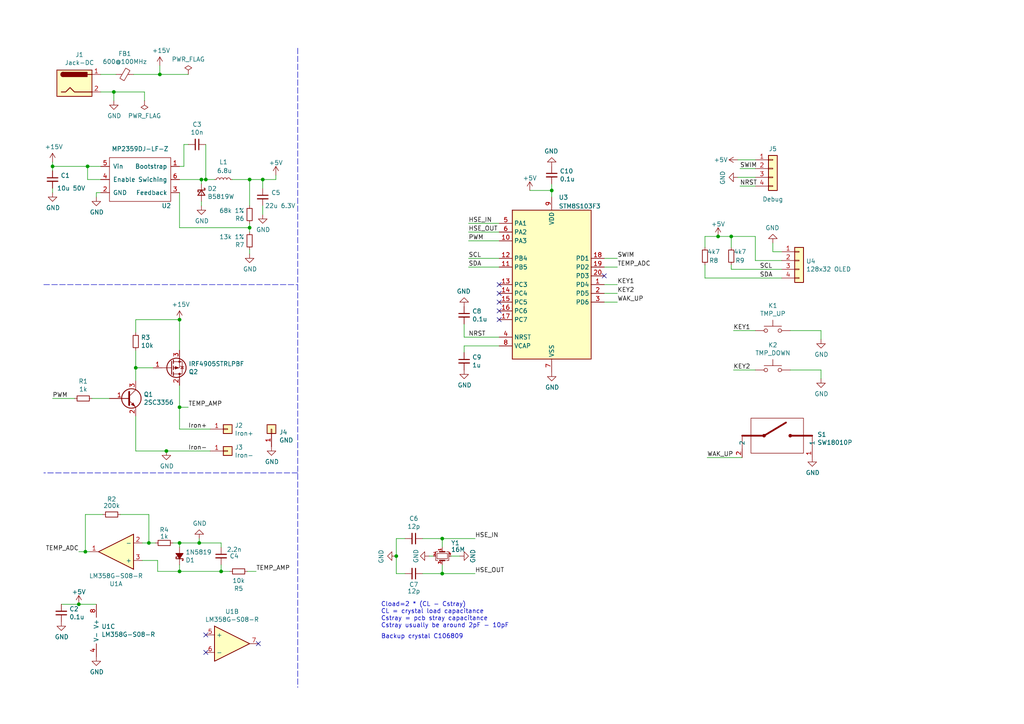
<source format=kicad_sch>
(kicad_sch (version 20211123) (generator eeschema)

  (uuid 218946b1-2af1-4fa5-ba3b-4ae0ffe60186)

  (paper "A4")

  (title_block
    (title "Custom ts100 soldering iron")
    (date "2021-12-31")
    (company "liyuqihxc")
    (comment 1 "https://github.com/liyuqihxc")
  )

  (lib_symbols
    (symbol "Connector:Jack-DC" (pin_names (offset 1.016)) (in_bom yes) (on_board yes)
      (property "Reference" "J" (id 0) (at 0 5.334 0)
        (effects (font (size 1.27 1.27)))
      )
      (property "Value" "Jack-DC" (id 1) (at 0 -5.08 0)
        (effects (font (size 1.27 1.27)))
      )
      (property "Footprint" "" (id 2) (at 1.27 -1.016 0)
        (effects (font (size 1.27 1.27)) hide)
      )
      (property "Datasheet" "~" (id 3) (at 1.27 -1.016 0)
        (effects (font (size 1.27 1.27)) hide)
      )
      (property "ki_keywords" "DC power barrel jack connector" (id 4) (at 0 0 0)
        (effects (font (size 1.27 1.27)) hide)
      )
      (property "ki_description" "DC Barrel Jack" (id 5) (at 0 0 0)
        (effects (font (size 1.27 1.27)) hide)
      )
      (property "ki_fp_filters" "BarrelJack*" (id 6) (at 0 0 0)
        (effects (font (size 1.27 1.27)) hide)
      )
      (symbol "Jack-DC_0_1"
        (rectangle (start -5.08 3.81) (end 5.08 -3.81)
          (stroke (width 0.254) (type default) (color 0 0 0 0))
          (fill (type background))
        )
        (arc (start -3.302 3.175) (mid -3.937 2.54) (end -3.302 1.905)
          (stroke (width 0.254) (type default) (color 0 0 0 0))
          (fill (type none))
        )
        (arc (start -3.302 3.175) (mid -3.937 2.54) (end -3.302 1.905)
          (stroke (width 0.254) (type default) (color 0 0 0 0))
          (fill (type outline))
        )
        (polyline
          (pts
            (xy 5.08 2.54)
            (xy 3.81 2.54)
          )
          (stroke (width 0.254) (type default) (color 0 0 0 0))
          (fill (type none))
        )
        (polyline
          (pts
            (xy -3.81 -2.54)
            (xy -2.54 -2.54)
            (xy -1.27 -1.27)
            (xy 0 -2.54)
            (xy 2.54 -2.54)
            (xy 5.08 -2.54)
          )
          (stroke (width 0.254) (type default) (color 0 0 0 0))
          (fill (type none))
        )
        (rectangle (start 3.683 3.175) (end -3.302 1.905)
          (stroke (width 0.254) (type default) (color 0 0 0 0))
          (fill (type outline))
        )
      )
      (symbol "Jack-DC_1_1"
        (pin passive line (at 7.62 2.54 180) (length 2.54)
          (name "~" (effects (font (size 1.27 1.27))))
          (number "1" (effects (font (size 1.27 1.27))))
        )
        (pin passive line (at 7.62 -2.54 180) (length 2.54)
          (name "~" (effects (font (size 1.27 1.27))))
          (number "2" (effects (font (size 1.27 1.27))))
        )
      )
    )
    (symbol "Connector_Generic:Conn_01x01" (pin_names (offset 1.016) hide) (in_bom yes) (on_board yes)
      (property "Reference" "J" (id 0) (at 0 2.54 0)
        (effects (font (size 1.27 1.27)))
      )
      (property "Value" "Conn_01x01" (id 1) (at 0 -2.54 0)
        (effects (font (size 1.27 1.27)))
      )
      (property "Footprint" "" (id 2) (at 0 0 0)
        (effects (font (size 1.27 1.27)) hide)
      )
      (property "Datasheet" "~" (id 3) (at 0 0 0)
        (effects (font (size 1.27 1.27)) hide)
      )
      (property "ki_keywords" "connector" (id 4) (at 0 0 0)
        (effects (font (size 1.27 1.27)) hide)
      )
      (property "ki_description" "Generic connector, single row, 01x01, script generated (kicad-library-utils/schlib/autogen/connector/)" (id 5) (at 0 0 0)
        (effects (font (size 1.27 1.27)) hide)
      )
      (property "ki_fp_filters" "Connector*:*_1x??_*" (id 6) (at 0 0 0)
        (effects (font (size 1.27 1.27)) hide)
      )
      (symbol "Conn_01x01_1_1"
        (rectangle (start -1.27 0.127) (end 0 -0.127)
          (stroke (width 0.1524) (type default) (color 0 0 0 0))
          (fill (type none))
        )
        (rectangle (start -1.27 1.27) (end 1.27 -1.27)
          (stroke (width 0.254) (type default) (color 0 0 0 0))
          (fill (type background))
        )
        (pin passive line (at -5.08 0 0) (length 3.81)
          (name "Pin_1" (effects (font (size 1.27 1.27))))
          (number "1" (effects (font (size 1.27 1.27))))
        )
      )
    )
    (symbol "Connector_Generic:Conn_01x04" (pin_names (offset 1.016) hide) (in_bom yes) (on_board yes)
      (property "Reference" "J" (id 0) (at 0 5.08 0)
        (effects (font (size 1.27 1.27)))
      )
      (property "Value" "Conn_01x04" (id 1) (at 0 -7.62 0)
        (effects (font (size 1.27 1.27)))
      )
      (property "Footprint" "" (id 2) (at 0 0 0)
        (effects (font (size 1.27 1.27)) hide)
      )
      (property "Datasheet" "~" (id 3) (at 0 0 0)
        (effects (font (size 1.27 1.27)) hide)
      )
      (property "ki_keywords" "connector" (id 4) (at 0 0 0)
        (effects (font (size 1.27 1.27)) hide)
      )
      (property "ki_description" "Generic connector, single row, 01x04, script generated (kicad-library-utils/schlib/autogen/connector/)" (id 5) (at 0 0 0)
        (effects (font (size 1.27 1.27)) hide)
      )
      (property "ki_fp_filters" "Connector*:*_1x??_*" (id 6) (at 0 0 0)
        (effects (font (size 1.27 1.27)) hide)
      )
      (symbol "Conn_01x04_1_1"
        (rectangle (start -1.27 -4.953) (end 0 -5.207)
          (stroke (width 0.1524) (type default) (color 0 0 0 0))
          (fill (type none))
        )
        (rectangle (start -1.27 -2.413) (end 0 -2.667)
          (stroke (width 0.1524) (type default) (color 0 0 0 0))
          (fill (type none))
        )
        (rectangle (start -1.27 0.127) (end 0 -0.127)
          (stroke (width 0.1524) (type default) (color 0 0 0 0))
          (fill (type none))
        )
        (rectangle (start -1.27 2.667) (end 0 2.413)
          (stroke (width 0.1524) (type default) (color 0 0 0 0))
          (fill (type none))
        )
        (rectangle (start -1.27 3.81) (end 1.27 -6.35)
          (stroke (width 0.254) (type default) (color 0 0 0 0))
          (fill (type background))
        )
        (pin passive line (at -5.08 2.54 0) (length 3.81)
          (name "Pin_1" (effects (font (size 1.27 1.27))))
          (number "1" (effects (font (size 1.27 1.27))))
        )
        (pin passive line (at -5.08 0 0) (length 3.81)
          (name "Pin_2" (effects (font (size 1.27 1.27))))
          (number "2" (effects (font (size 1.27 1.27))))
        )
        (pin passive line (at -5.08 -2.54 0) (length 3.81)
          (name "Pin_3" (effects (font (size 1.27 1.27))))
          (number "3" (effects (font (size 1.27 1.27))))
        )
        (pin passive line (at -5.08 -5.08 0) (length 3.81)
          (name "Pin_4" (effects (font (size 1.27 1.27))))
          (number "4" (effects (font (size 1.27 1.27))))
        )
      )
    )
    (symbol "Device:C_Small" (pin_numbers hide) (pin_names (offset 0.254) hide) (in_bom yes) (on_board yes)
      (property "Reference" "C" (id 0) (at 0.254 1.778 0)
        (effects (font (size 1.27 1.27)) (justify left))
      )
      (property "Value" "C_Small" (id 1) (at 0.254 -2.032 0)
        (effects (font (size 1.27 1.27)) (justify left))
      )
      (property "Footprint" "" (id 2) (at 0 0 0)
        (effects (font (size 1.27 1.27)) hide)
      )
      (property "Datasheet" "~" (id 3) (at 0 0 0)
        (effects (font (size 1.27 1.27)) hide)
      )
      (property "ki_keywords" "capacitor cap" (id 4) (at 0 0 0)
        (effects (font (size 1.27 1.27)) hide)
      )
      (property "ki_description" "Unpolarized capacitor, small symbol" (id 5) (at 0 0 0)
        (effects (font (size 1.27 1.27)) hide)
      )
      (property "ki_fp_filters" "C_*" (id 6) (at 0 0 0)
        (effects (font (size 1.27 1.27)) hide)
      )
      (symbol "C_Small_0_1"
        (polyline
          (pts
            (xy -1.524 -0.508)
            (xy 1.524 -0.508)
          )
          (stroke (width 0.3302) (type default) (color 0 0 0 0))
          (fill (type none))
        )
        (polyline
          (pts
            (xy -1.524 0.508)
            (xy 1.524 0.508)
          )
          (stroke (width 0.3048) (type default) (color 0 0 0 0))
          (fill (type none))
        )
      )
      (symbol "C_Small_1_1"
        (pin passive line (at 0 2.54 270) (length 2.032)
          (name "~" (effects (font (size 1.27 1.27))))
          (number "1" (effects (font (size 1.27 1.27))))
        )
        (pin passive line (at 0 -2.54 90) (length 2.032)
          (name "~" (effects (font (size 1.27 1.27))))
          (number "2" (effects (font (size 1.27 1.27))))
        )
      )
    )
    (symbol "Device:Crystal_GND24_Small" (pin_names (offset 1.016) hide) (in_bom yes) (on_board yes)
      (property "Reference" "Y" (id 0) (at 1.27 4.445 0)
        (effects (font (size 1.27 1.27)) (justify left))
      )
      (property "Value" "Crystal_GND24_Small" (id 1) (at 1.27 2.54 0)
        (effects (font (size 1.27 1.27)) (justify left))
      )
      (property "Footprint" "" (id 2) (at 0 0 0)
        (effects (font (size 1.27 1.27)) hide)
      )
      (property "Datasheet" "~" (id 3) (at 0 0 0)
        (effects (font (size 1.27 1.27)) hide)
      )
      (property "ki_keywords" "quartz ceramic resonator oscillator" (id 4) (at 0 0 0)
        (effects (font (size 1.27 1.27)) hide)
      )
      (property "ki_description" "Four pin crystal, GND on pins 2 and 4, small symbol" (id 5) (at 0 0 0)
        (effects (font (size 1.27 1.27)) hide)
      )
      (property "ki_fp_filters" "Crystal*" (id 6) (at 0 0 0)
        (effects (font (size 1.27 1.27)) hide)
      )
      (symbol "Crystal_GND24_Small_0_1"
        (rectangle (start -0.762 -1.524) (end 0.762 1.524)
          (stroke (width 0) (type default) (color 0 0 0 0))
          (fill (type none))
        )
        (polyline
          (pts
            (xy -1.27 -0.762)
            (xy -1.27 0.762)
          )
          (stroke (width 0.381) (type default) (color 0 0 0 0))
          (fill (type none))
        )
        (polyline
          (pts
            (xy 1.27 -0.762)
            (xy 1.27 0.762)
          )
          (stroke (width 0.381) (type default) (color 0 0 0 0))
          (fill (type none))
        )
        (polyline
          (pts
            (xy -1.27 -1.27)
            (xy -1.27 -1.905)
            (xy 1.27 -1.905)
            (xy 1.27 -1.27)
          )
          (stroke (width 0) (type default) (color 0 0 0 0))
          (fill (type none))
        )
        (polyline
          (pts
            (xy -1.27 1.27)
            (xy -1.27 1.905)
            (xy 1.27 1.905)
            (xy 1.27 1.27)
          )
          (stroke (width 0) (type default) (color 0 0 0 0))
          (fill (type none))
        )
      )
      (symbol "Crystal_GND24_Small_1_1"
        (pin passive line (at -2.54 0 0) (length 1.27)
          (name "1" (effects (font (size 1.27 1.27))))
          (number "1" (effects (font (size 0.762 0.762))))
        )
        (pin passive line (at 0 -2.54 90) (length 0.635)
          (name "2" (effects (font (size 1.27 1.27))))
          (number "2" (effects (font (size 0.762 0.762))))
        )
        (pin passive line (at 2.54 0 180) (length 1.27)
          (name "3" (effects (font (size 1.27 1.27))))
          (number "3" (effects (font (size 0.762 0.762))))
        )
        (pin passive line (at 0 2.54 270) (length 0.635)
          (name "4" (effects (font (size 1.27 1.27))))
          (number "4" (effects (font (size 0.762 0.762))))
        )
      )
    )
    (symbol "Device:D_Schottky_Small" (pin_numbers hide) (pin_names (offset 0.254) hide) (in_bom yes) (on_board yes)
      (property "Reference" "D" (id 0) (at -1.27 2.032 0)
        (effects (font (size 1.27 1.27)) (justify left))
      )
      (property "Value" "D_Schottky_Small" (id 1) (at -7.112 -2.032 0)
        (effects (font (size 1.27 1.27)) (justify left))
      )
      (property "Footprint" "" (id 2) (at 0 0 90)
        (effects (font (size 1.27 1.27)) hide)
      )
      (property "Datasheet" "~" (id 3) (at 0 0 90)
        (effects (font (size 1.27 1.27)) hide)
      )
      (property "ki_keywords" "diode Schottky" (id 4) (at 0 0 0)
        (effects (font (size 1.27 1.27)) hide)
      )
      (property "ki_description" "Schottky diode, small symbol" (id 5) (at 0 0 0)
        (effects (font (size 1.27 1.27)) hide)
      )
      (property "ki_fp_filters" "TO-???* *_Diode_* *SingleDiode* D_*" (id 6) (at 0 0 0)
        (effects (font (size 1.27 1.27)) hide)
      )
      (symbol "D_Schottky_Small_0_1"
        (polyline
          (pts
            (xy -0.762 0)
            (xy 0.762 0)
          )
          (stroke (width 0) (type default) (color 0 0 0 0))
          (fill (type none))
        )
        (polyline
          (pts
            (xy 0.762 -1.016)
            (xy -0.762 0)
            (xy 0.762 1.016)
            (xy 0.762 -1.016)
          )
          (stroke (width 0.254) (type default) (color 0 0 0 0))
          (fill (type none))
        )
        (polyline
          (pts
            (xy -1.27 0.762)
            (xy -1.27 1.016)
            (xy -0.762 1.016)
            (xy -0.762 -1.016)
            (xy -0.254 -1.016)
            (xy -0.254 -0.762)
          )
          (stroke (width 0.254) (type default) (color 0 0 0 0))
          (fill (type none))
        )
      )
      (symbol "D_Schottky_Small_1_1"
        (pin passive line (at -2.54 0 0) (length 1.778)
          (name "K" (effects (font (size 1.27 1.27))))
          (number "1" (effects (font (size 1.27 1.27))))
        )
        (pin passive line (at 2.54 0 180) (length 1.778)
          (name "A" (effects (font (size 1.27 1.27))))
          (number "2" (effects (font (size 1.27 1.27))))
        )
      )
    )
    (symbol "Device:D_Schottky_Small_Filled" (pin_numbers hide) (pin_names (offset 0.254) hide) (in_bom yes) (on_board yes)
      (property "Reference" "D" (id 0) (at -1.27 2.032 0)
        (effects (font (size 1.27 1.27)) (justify left))
      )
      (property "Value" "D_Schottky_Small_Filled" (id 1) (at -7.112 -2.032 0)
        (effects (font (size 1.27 1.27)) (justify left))
      )
      (property "Footprint" "" (id 2) (at 0 0 90)
        (effects (font (size 1.27 1.27)) hide)
      )
      (property "Datasheet" "~" (id 3) (at 0 0 90)
        (effects (font (size 1.27 1.27)) hide)
      )
      (property "ki_keywords" "diode Schottky" (id 4) (at 0 0 0)
        (effects (font (size 1.27 1.27)) hide)
      )
      (property "ki_description" "Schottky diode, small symbol, filled shape" (id 5) (at 0 0 0)
        (effects (font (size 1.27 1.27)) hide)
      )
      (property "ki_fp_filters" "TO-???* *_Diode_* *SingleDiode* D_*" (id 6) (at 0 0 0)
        (effects (font (size 1.27 1.27)) hide)
      )
      (symbol "D_Schottky_Small_Filled_0_1"
        (polyline
          (pts
            (xy -0.762 0)
            (xy 0.762 0)
          )
          (stroke (width 0) (type default) (color 0 0 0 0))
          (fill (type none))
        )
        (polyline
          (pts
            (xy 0.762 -1.016)
            (xy -0.762 0)
            (xy 0.762 1.016)
            (xy 0.762 -1.016)
          )
          (stroke (width 0.254) (type default) (color 0 0 0 0))
          (fill (type outline))
        )
        (polyline
          (pts
            (xy -1.27 0.762)
            (xy -1.27 1.016)
            (xy -0.762 1.016)
            (xy -0.762 -1.016)
            (xy -0.254 -1.016)
            (xy -0.254 -0.762)
          )
          (stroke (width 0.254) (type default) (color 0 0 0 0))
          (fill (type none))
        )
      )
      (symbol "D_Schottky_Small_Filled_1_1"
        (pin passive line (at -2.54 0 0) (length 1.778)
          (name "K" (effects (font (size 1.27 1.27))))
          (number "1" (effects (font (size 1.27 1.27))))
        )
        (pin passive line (at 2.54 0 180) (length 1.778)
          (name "A" (effects (font (size 1.27 1.27))))
          (number "2" (effects (font (size 1.27 1.27))))
        )
      )
    )
    (symbol "Device:FerriteBead_Small" (pin_numbers hide) (pin_names (offset 0)) (in_bom yes) (on_board yes)
      (property "Reference" "FB" (id 0) (at 1.905 1.27 0)
        (effects (font (size 1.27 1.27)) (justify left))
      )
      (property "Value" "FerriteBead_Small" (id 1) (at 1.905 -1.27 0)
        (effects (font (size 1.27 1.27)) (justify left))
      )
      (property "Footprint" "" (id 2) (at -1.778 0 90)
        (effects (font (size 1.27 1.27)) hide)
      )
      (property "Datasheet" "~" (id 3) (at 0 0 0)
        (effects (font (size 1.27 1.27)) hide)
      )
      (property "ki_keywords" "L ferrite bead inductor filter" (id 4) (at 0 0 0)
        (effects (font (size 1.27 1.27)) hide)
      )
      (property "ki_description" "Ferrite bead, small symbol" (id 5) (at 0 0 0)
        (effects (font (size 1.27 1.27)) hide)
      )
      (property "ki_fp_filters" "Inductor_* L_* *Ferrite*" (id 6) (at 0 0 0)
        (effects (font (size 1.27 1.27)) hide)
      )
      (symbol "FerriteBead_Small_0_1"
        (polyline
          (pts
            (xy 0 -1.27)
            (xy 0 -0.7874)
          )
          (stroke (width 0) (type default) (color 0 0 0 0))
          (fill (type none))
        )
        (polyline
          (pts
            (xy 0 0.889)
            (xy 0 1.2954)
          )
          (stroke (width 0) (type default) (color 0 0 0 0))
          (fill (type none))
        )
        (polyline
          (pts
            (xy -1.8288 0.2794)
            (xy -1.1176 1.4986)
            (xy 1.8288 -0.2032)
            (xy 1.1176 -1.4224)
            (xy -1.8288 0.2794)
          )
          (stroke (width 0) (type default) (color 0 0 0 0))
          (fill (type none))
        )
      )
      (symbol "FerriteBead_Small_1_1"
        (pin passive line (at 0 2.54 270) (length 1.27)
          (name "~" (effects (font (size 1.27 1.27))))
          (number "1" (effects (font (size 1.27 1.27))))
        )
        (pin passive line (at 0 -2.54 90) (length 1.27)
          (name "~" (effects (font (size 1.27 1.27))))
          (number "2" (effects (font (size 1.27 1.27))))
        )
      )
    )
    (symbol "Device:L_Small" (pin_numbers hide) (pin_names (offset 0.254) hide) (in_bom yes) (on_board yes)
      (property "Reference" "L" (id 0) (at 0.762 1.016 0)
        (effects (font (size 1.27 1.27)) (justify left))
      )
      (property "Value" "L_Small" (id 1) (at 0.762 -1.016 0)
        (effects (font (size 1.27 1.27)) (justify left))
      )
      (property "Footprint" "" (id 2) (at 0 0 0)
        (effects (font (size 1.27 1.27)) hide)
      )
      (property "Datasheet" "~" (id 3) (at 0 0 0)
        (effects (font (size 1.27 1.27)) hide)
      )
      (property "ki_keywords" "inductor choke coil reactor magnetic" (id 4) (at 0 0 0)
        (effects (font (size 1.27 1.27)) hide)
      )
      (property "ki_description" "Inductor, small symbol" (id 5) (at 0 0 0)
        (effects (font (size 1.27 1.27)) hide)
      )
      (property "ki_fp_filters" "Choke_* *Coil* Inductor_* L_*" (id 6) (at 0 0 0)
        (effects (font (size 1.27 1.27)) hide)
      )
      (symbol "L_Small_0_1"
        (arc (start 0 -2.032) (mid 0.508 -1.524) (end 0 -1.016)
          (stroke (width 0) (type default) (color 0 0 0 0))
          (fill (type none))
        )
        (arc (start 0 -1.016) (mid 0.508 -0.508) (end 0 0)
          (stroke (width 0) (type default) (color 0 0 0 0))
          (fill (type none))
        )
        (arc (start 0 0) (mid 0.508 0.508) (end 0 1.016)
          (stroke (width 0) (type default) (color 0 0 0 0))
          (fill (type none))
        )
        (arc (start 0 1.016) (mid 0.508 1.524) (end 0 2.032)
          (stroke (width 0) (type default) (color 0 0 0 0))
          (fill (type none))
        )
      )
      (symbol "L_Small_1_1"
        (pin passive line (at 0 2.54 270) (length 0.508)
          (name "~" (effects (font (size 1.27 1.27))))
          (number "1" (effects (font (size 1.27 1.27))))
        )
        (pin passive line (at 0 -2.54 90) (length 0.508)
          (name "~" (effects (font (size 1.27 1.27))))
          (number "2" (effects (font (size 1.27 1.27))))
        )
      )
    )
    (symbol "Device:Opamp_Dual" (in_bom yes) (on_board yes)
      (property "Reference" "U" (id 0) (at 0 5.08 0)
        (effects (font (size 1.27 1.27)) (justify left))
      )
      (property "Value" "Opamp_Dual" (id 1) (at 0 -5.08 0)
        (effects (font (size 1.27 1.27)) (justify left))
      )
      (property "Footprint" "" (id 2) (at 0 0 0)
        (effects (font (size 1.27 1.27)) hide)
      )
      (property "Datasheet" "~" (id 3) (at 0 0 0)
        (effects (font (size 1.27 1.27)) hide)
      )
      (property "ki_locked" "" (id 4) (at 0 0 0)
        (effects (font (size 1.27 1.27)))
      )
      (property "ki_keywords" "dual opamp" (id 5) (at 0 0 0)
        (effects (font (size 1.27 1.27)) hide)
      )
      (property "ki_description" "Dual operational amplifier" (id 6) (at 0 0 0)
        (effects (font (size 1.27 1.27)) hide)
      )
      (property "ki_fp_filters" "SOIC*3.9x4.9mm*P1.27mm* DIP*W7.62mm* MSOP*3x3mm*P0.65mm* SSOP*2.95x2.8mm*P0.65mm* TSSOP*3x3mm*P0.65mm* VSSOP*P0.5mm* TO?99*" (id 7) (at 0 0 0)
        (effects (font (size 1.27 1.27)) hide)
      )
      (symbol "Opamp_Dual_1_1"
        (polyline
          (pts
            (xy -5.08 5.08)
            (xy 5.08 0)
            (xy -5.08 -5.08)
            (xy -5.08 5.08)
          )
          (stroke (width 0.254) (type default) (color 0 0 0 0))
          (fill (type background))
        )
        (pin output line (at 7.62 0 180) (length 2.54)
          (name "~" (effects (font (size 1.27 1.27))))
          (number "1" (effects (font (size 1.27 1.27))))
        )
        (pin input line (at -7.62 -2.54 0) (length 2.54)
          (name "-" (effects (font (size 1.27 1.27))))
          (number "2" (effects (font (size 1.27 1.27))))
        )
        (pin input line (at -7.62 2.54 0) (length 2.54)
          (name "+" (effects (font (size 1.27 1.27))))
          (number "3" (effects (font (size 1.27 1.27))))
        )
      )
      (symbol "Opamp_Dual_2_1"
        (polyline
          (pts
            (xy -5.08 5.08)
            (xy 5.08 0)
            (xy -5.08 -5.08)
            (xy -5.08 5.08)
          )
          (stroke (width 0.254) (type default) (color 0 0 0 0))
          (fill (type background))
        )
        (pin input line (at -7.62 2.54 0) (length 2.54)
          (name "+" (effects (font (size 1.27 1.27))))
          (number "5" (effects (font (size 1.27 1.27))))
        )
        (pin input line (at -7.62 -2.54 0) (length 2.54)
          (name "-" (effects (font (size 1.27 1.27))))
          (number "6" (effects (font (size 1.27 1.27))))
        )
        (pin output line (at 7.62 0 180) (length 2.54)
          (name "~" (effects (font (size 1.27 1.27))))
          (number "7" (effects (font (size 1.27 1.27))))
        )
      )
      (symbol "Opamp_Dual_3_1"
        (pin power_in line (at -2.54 -7.62 90) (length 3.81)
          (name "V-" (effects (font (size 1.27 1.27))))
          (number "4" (effects (font (size 1.27 1.27))))
        )
        (pin power_in line (at -2.54 7.62 270) (length 3.81)
          (name "V+" (effects (font (size 1.27 1.27))))
          (number "8" (effects (font (size 1.27 1.27))))
        )
      )
    )
    (symbol "Device:Q_NPN_BEC" (pin_names (offset 0) hide) (in_bom yes) (on_board yes)
      (property "Reference" "Q" (id 0) (at 5.08 1.27 0)
        (effects (font (size 1.27 1.27)) (justify left))
      )
      (property "Value" "Q_NPN_BEC" (id 1) (at 5.08 -1.27 0)
        (effects (font (size 1.27 1.27)) (justify left))
      )
      (property "Footprint" "" (id 2) (at 5.08 2.54 0)
        (effects (font (size 1.27 1.27)) hide)
      )
      (property "Datasheet" "~" (id 3) (at 0 0 0)
        (effects (font (size 1.27 1.27)) hide)
      )
      (property "ki_keywords" "transistor NPN" (id 4) (at 0 0 0)
        (effects (font (size 1.27 1.27)) hide)
      )
      (property "ki_description" "NPN transistor, base/emitter/collector" (id 5) (at 0 0 0)
        (effects (font (size 1.27 1.27)) hide)
      )
      (symbol "Q_NPN_BEC_0_1"
        (polyline
          (pts
            (xy 0.635 0.635)
            (xy 2.54 2.54)
          )
          (stroke (width 0) (type default) (color 0 0 0 0))
          (fill (type none))
        )
        (polyline
          (pts
            (xy 0.635 -0.635)
            (xy 2.54 -2.54)
            (xy 2.54 -2.54)
          )
          (stroke (width 0) (type default) (color 0 0 0 0))
          (fill (type none))
        )
        (polyline
          (pts
            (xy 0.635 1.905)
            (xy 0.635 -1.905)
            (xy 0.635 -1.905)
          )
          (stroke (width 0.508) (type default) (color 0 0 0 0))
          (fill (type none))
        )
        (polyline
          (pts
            (xy 1.27 -1.778)
            (xy 1.778 -1.27)
            (xy 2.286 -2.286)
            (xy 1.27 -1.778)
            (xy 1.27 -1.778)
          )
          (stroke (width 0) (type default) (color 0 0 0 0))
          (fill (type outline))
        )
        (circle (center 1.27 0) (radius 2.8194)
          (stroke (width 0.254) (type default) (color 0 0 0 0))
          (fill (type none))
        )
      )
      (symbol "Q_NPN_BEC_1_1"
        (pin input line (at -5.08 0 0) (length 5.715)
          (name "B" (effects (font (size 1.27 1.27))))
          (number "1" (effects (font (size 1.27 1.27))))
        )
        (pin passive line (at 2.54 -5.08 90) (length 2.54)
          (name "E" (effects (font (size 1.27 1.27))))
          (number "2" (effects (font (size 1.27 1.27))))
        )
        (pin passive line (at 2.54 5.08 270) (length 2.54)
          (name "C" (effects (font (size 1.27 1.27))))
          (number "3" (effects (font (size 1.27 1.27))))
        )
      )
    )
    (symbol "Device:Q_PMOS_GDS" (pin_names (offset 0) hide) (in_bom yes) (on_board yes)
      (property "Reference" "Q" (id 0) (at 5.08 1.27 0)
        (effects (font (size 1.27 1.27)) (justify left))
      )
      (property "Value" "Q_PMOS_GDS" (id 1) (at 5.08 -1.27 0)
        (effects (font (size 1.27 1.27)) (justify left))
      )
      (property "Footprint" "" (id 2) (at 5.08 2.54 0)
        (effects (font (size 1.27 1.27)) hide)
      )
      (property "Datasheet" "~" (id 3) (at 0 0 0)
        (effects (font (size 1.27 1.27)) hide)
      )
      (property "ki_keywords" "transistor PMOS P-MOS P-MOSFET" (id 4) (at 0 0 0)
        (effects (font (size 1.27 1.27)) hide)
      )
      (property "ki_description" "P-MOSFET transistor, gate/drain/source" (id 5) (at 0 0 0)
        (effects (font (size 1.27 1.27)) hide)
      )
      (symbol "Q_PMOS_GDS_0_1"
        (polyline
          (pts
            (xy 0.254 0)
            (xy -2.54 0)
          )
          (stroke (width 0) (type default) (color 0 0 0 0))
          (fill (type none))
        )
        (polyline
          (pts
            (xy 0.254 1.905)
            (xy 0.254 -1.905)
          )
          (stroke (width 0.254) (type default) (color 0 0 0 0))
          (fill (type none))
        )
        (polyline
          (pts
            (xy 0.762 -1.27)
            (xy 0.762 -2.286)
          )
          (stroke (width 0.254) (type default) (color 0 0 0 0))
          (fill (type none))
        )
        (polyline
          (pts
            (xy 0.762 0.508)
            (xy 0.762 -0.508)
          )
          (stroke (width 0.254) (type default) (color 0 0 0 0))
          (fill (type none))
        )
        (polyline
          (pts
            (xy 0.762 2.286)
            (xy 0.762 1.27)
          )
          (stroke (width 0.254) (type default) (color 0 0 0 0))
          (fill (type none))
        )
        (polyline
          (pts
            (xy 2.54 2.54)
            (xy 2.54 1.778)
          )
          (stroke (width 0) (type default) (color 0 0 0 0))
          (fill (type none))
        )
        (polyline
          (pts
            (xy 2.54 -2.54)
            (xy 2.54 0)
            (xy 0.762 0)
          )
          (stroke (width 0) (type default) (color 0 0 0 0))
          (fill (type none))
        )
        (polyline
          (pts
            (xy 0.762 1.778)
            (xy 3.302 1.778)
            (xy 3.302 -1.778)
            (xy 0.762 -1.778)
          )
          (stroke (width 0) (type default) (color 0 0 0 0))
          (fill (type none))
        )
        (polyline
          (pts
            (xy 2.286 0)
            (xy 1.27 0.381)
            (xy 1.27 -0.381)
            (xy 2.286 0)
          )
          (stroke (width 0) (type default) (color 0 0 0 0))
          (fill (type outline))
        )
        (polyline
          (pts
            (xy 2.794 -0.508)
            (xy 2.921 -0.381)
            (xy 3.683 -0.381)
            (xy 3.81 -0.254)
          )
          (stroke (width 0) (type default) (color 0 0 0 0))
          (fill (type none))
        )
        (polyline
          (pts
            (xy 3.302 -0.381)
            (xy 2.921 0.254)
            (xy 3.683 0.254)
            (xy 3.302 -0.381)
          )
          (stroke (width 0) (type default) (color 0 0 0 0))
          (fill (type none))
        )
        (circle (center 1.651 0) (radius 2.794)
          (stroke (width 0.254) (type default) (color 0 0 0 0))
          (fill (type none))
        )
        (circle (center 2.54 -1.778) (radius 0.254)
          (stroke (width 0) (type default) (color 0 0 0 0))
          (fill (type outline))
        )
        (circle (center 2.54 1.778) (radius 0.254)
          (stroke (width 0) (type default) (color 0 0 0 0))
          (fill (type outline))
        )
      )
      (symbol "Q_PMOS_GDS_1_1"
        (pin input line (at -5.08 0 0) (length 2.54)
          (name "G" (effects (font (size 1.27 1.27))))
          (number "1" (effects (font (size 1.27 1.27))))
        )
        (pin passive line (at 2.54 5.08 270) (length 2.54)
          (name "D" (effects (font (size 1.27 1.27))))
          (number "2" (effects (font (size 1.27 1.27))))
        )
        (pin passive line (at 2.54 -5.08 90) (length 2.54)
          (name "S" (effects (font (size 1.27 1.27))))
          (number "3" (effects (font (size 1.27 1.27))))
        )
      )
    )
    (symbol "Device:R_Small" (pin_numbers hide) (pin_names (offset 0.254) hide) (in_bom yes) (on_board yes)
      (property "Reference" "R" (id 0) (at 0.762 0.508 0)
        (effects (font (size 1.27 1.27)) (justify left))
      )
      (property "Value" "R_Small" (id 1) (at 0.762 -1.016 0)
        (effects (font (size 1.27 1.27)) (justify left))
      )
      (property "Footprint" "" (id 2) (at 0 0 0)
        (effects (font (size 1.27 1.27)) hide)
      )
      (property "Datasheet" "~" (id 3) (at 0 0 0)
        (effects (font (size 1.27 1.27)) hide)
      )
      (property "ki_keywords" "R resistor" (id 4) (at 0 0 0)
        (effects (font (size 1.27 1.27)) hide)
      )
      (property "ki_description" "Resistor, small symbol" (id 5) (at 0 0 0)
        (effects (font (size 1.27 1.27)) hide)
      )
      (property "ki_fp_filters" "R_*" (id 6) (at 0 0 0)
        (effects (font (size 1.27 1.27)) hide)
      )
      (symbol "R_Small_0_1"
        (rectangle (start -0.762 1.778) (end 0.762 -1.778)
          (stroke (width 0.2032) (type default) (color 0 0 0 0))
          (fill (type none))
        )
      )
      (symbol "R_Small_1_1"
        (pin passive line (at 0 2.54 270) (length 0.762)
          (name "~" (effects (font (size 1.27 1.27))))
          (number "1" (effects (font (size 1.27 1.27))))
        )
        (pin passive line (at 0 -2.54 90) (length 0.762)
          (name "~" (effects (font (size 1.27 1.27))))
          (number "2" (effects (font (size 1.27 1.27))))
        )
      )
    )
    (symbol "KIGIT_DC-DC:MP2359DJ-LF-Z" (pin_names (offset 1.016)) (in_bom yes) (on_board yes)
      (property "Reference" "U" (id 0) (at 7.62 -7.62 0)
        (effects (font (size 1.27 1.27)))
      )
      (property "Value" "MP2359DJ-LF-Z" (id 1) (at 0 7.62 0)
        (effects (font (size 1.27 1.27)))
      )
      (property "Footprint" "" (id 2) (at 0 0 0)
        (effects (font (size 1.27 1.27)) hide)
      )
      (property "Datasheet" "" (id 3) (at 0 0 0)
        (effects (font (size 1.27 1.27)) hide)
      )
      (symbol "MP2359DJ-LF-Z_0_1"
        (rectangle (start -8.89 6.35) (end 8.89 -6.35)
          (stroke (width 0) (type default) (color 0 0 0 0))
          (fill (type none))
        )
      )
      (symbol "MP2359DJ-LF-Z_1_1"
        (pin input line (at 11.43 3.81 180) (length 2.54)
          (name "Bootstrap" (effects (font (size 1.27 1.27))))
          (number "1" (effects (font (size 1.27 1.27))))
        )
        (pin power_in line (at -11.43 -3.81 0) (length 2.54)
          (name "GND" (effects (font (size 1.27 1.27))))
          (number "2" (effects (font (size 1.27 1.27))))
        )
        (pin input line (at 11.43 -3.81 180) (length 2.54)
          (name "Feedback" (effects (font (size 1.27 1.27))))
          (number "3" (effects (font (size 1.27 1.27))))
        )
        (pin input line (at -11.43 0 0) (length 2.54)
          (name "Enable" (effects (font (size 1.27 1.27))))
          (number "4" (effects (font (size 1.27 1.27))))
        )
        (pin power_in line (at -11.43 3.81 0) (length 2.54)
          (name "Vin" (effects (font (size 1.27 1.27))))
          (number "5" (effects (font (size 1.27 1.27))))
        )
        (pin output line (at 11.43 0 180) (length 2.54)
          (name "Swiching" (effects (font (size 1.27 1.27))))
          (number "6" (effects (font (size 1.27 1.27))))
        )
      )
    )
    (symbol "KIGIT_Sensor:SW18010P" (pin_names (offset 1.016)) (in_bom yes) (on_board yes)
      (property "Reference" "S" (id 0) (at 0 8.89 0)
        (effects (font (size 1.27 1.27)))
      )
      (property "Value" "SW18010P" (id 1) (at 0 8.89 0)
        (effects (font (size 1.27 1.27)))
      )
      (property "Footprint" "" (id 2) (at 0 8.89 0)
        (effects (font (size 1.27 1.27)) hide)
      )
      (property "Datasheet" "" (id 3) (at 0 8.89 0)
        (effects (font (size 1.27 1.27)) hide)
      )
      (property "ki_description" "Vibration Sensor" (id 4) (at 0 0 0)
        (effects (font (size 1.27 1.27)) hide)
      )
      (symbol "SW18010P_0_1"
        (rectangle (start -7.62 5.08) (end 7.62 -5.08)
          (stroke (width 0) (type default) (color 0 0 0 0))
          (fill (type none))
        )
        (circle (center -3.81 0) (radius 0.4318)
          (stroke (width 0) (type default) (color 0 0 0 0))
          (fill (type outline))
        )
        (polyline
          (pts
            (xy -10.16 -3.81)
            (xy -10.16 0)
          )
          (stroke (width 0) (type default) (color 0 0 0 0))
          (fill (type none))
        )
        (polyline
          (pts
            (xy -3.81 0)
            (xy -10.16 0)
          )
          (stroke (width 0.508) (type default) (color 0 0 0 0))
          (fill (type none))
        )
        (polyline
          (pts
            (xy -3.81 0)
            (xy 2.54 3.81)
          )
          (stroke (width 0.508) (type default) (color 0 0 0 0))
          (fill (type none))
        )
        (polyline
          (pts
            (xy 3.7846 0)
            (xy 10.1346 0)
          )
          (stroke (width 0.508) (type default) (color 0 0 0 0))
          (fill (type none))
        )
        (polyline
          (pts
            (xy 10.16 -3.81)
            (xy 10.16 0)
          )
          (stroke (width 0) (type default) (color 0 0 0 0))
          (fill (type none))
        )
        (circle (center 3.7846 0) (radius 0.4318)
          (stroke (width 0) (type default) (color 0 0 0 0))
          (fill (type outline))
        )
      )
      (symbol "SW18010P_1_1"
        (pin passive line (at 10.16 -6.35 90) (length 2.54)
          (name "1" (effects (font (size 1.27 1.27))))
          (number "1" (effects (font (size 1.27 1.27))))
        )
        (pin passive line (at -10.16 -6.35 90) (length 2.54)
          (name "2" (effects (font (size 1.27 1.27))))
          (number "2" (effects (font (size 1.27 1.27))))
        )
      )
    )
    (symbol "MCU_ST_STM8:STM8S003F3P" (in_bom yes) (on_board yes)
      (property "Reference" "U" (id 0) (at 1.27 25.4 0)
        (effects (font (size 1.27 1.27)) (justify left))
      )
      (property "Value" "STM8S003F3P" (id 1) (at 1.27 22.86 0)
        (effects (font (size 1.27 1.27)) (justify left))
      )
      (property "Footprint" "Package_SO:TSSOP-20_4.4x6.5mm_P0.65mm" (id 2) (at 1.27 27.94 0)
        (effects (font (size 1.27 1.27)) (justify left) hide)
      )
      (property "Datasheet" "http://www.st.com/st-web-ui/static/active/en/resource/technical/document/datasheet/DM00024550.pdf" (id 3) (at -1.27 -10.16 0)
        (effects (font (size 1.27 1.27)) hide)
      )
      (property "ki_keywords" "STM8S Mainstream Value line 8-bit, 16MHz, 1k RAM, 128 EEPROM" (id 4) (at 0 0 0)
        (effects (font (size 1.27 1.27)) hide)
      )
      (property "ki_description" "16MHz, 8K Flash, 1K RAM, 128 EEPROM, USART, I²C, SPI, TSSOP-20" (id 5) (at 0 0 0)
        (effects (font (size 1.27 1.27)) hide)
      )
      (property "ki_fp_filters" "TSSOP*4.4x6.5mm*P0.65mm*" (id 6) (at 0 0 0)
        (effects (font (size 1.27 1.27)) hide)
      )
      (symbol "STM8S003F3P_0_1"
        (rectangle (start -11.43 21.59) (end 11.43 -21.59)
          (stroke (width 0.254) (type default) (color 0 0 0 0))
          (fill (type background))
        )
      )
      (symbol "STM8S003F3P_1_1"
        (pin bidirectional line (at 15.24 0 180) (length 3.81)
          (name "PD4" (effects (font (size 1.27 1.27))))
          (number "1" (effects (font (size 1.27 1.27))))
        )
        (pin bidirectional line (at -15.24 12.7 0) (length 3.81)
          (name "PA3" (effects (font (size 1.27 1.27))))
          (number "10" (effects (font (size 1.27 1.27))))
        )
        (pin bidirectional line (at -15.24 5.08 0) (length 3.81)
          (name "PB5" (effects (font (size 1.27 1.27))))
          (number "11" (effects (font (size 1.27 1.27))))
        )
        (pin bidirectional line (at -15.24 7.62 0) (length 3.81)
          (name "PB4" (effects (font (size 1.27 1.27))))
          (number "12" (effects (font (size 1.27 1.27))))
        )
        (pin bidirectional line (at -15.24 0 0) (length 3.81)
          (name "PC3" (effects (font (size 1.27 1.27))))
          (number "13" (effects (font (size 1.27 1.27))))
        )
        (pin bidirectional line (at -15.24 -2.54 0) (length 3.81)
          (name "PC4" (effects (font (size 1.27 1.27))))
          (number "14" (effects (font (size 1.27 1.27))))
        )
        (pin bidirectional line (at -15.24 -5.08 0) (length 3.81)
          (name "PC5" (effects (font (size 1.27 1.27))))
          (number "15" (effects (font (size 1.27 1.27))))
        )
        (pin bidirectional line (at -15.24 -7.62 0) (length 3.81)
          (name "PC6" (effects (font (size 1.27 1.27))))
          (number "16" (effects (font (size 1.27 1.27))))
        )
        (pin bidirectional line (at -15.24 -10.16 0) (length 3.81)
          (name "PC7" (effects (font (size 1.27 1.27))))
          (number "17" (effects (font (size 1.27 1.27))))
        )
        (pin bidirectional line (at 15.24 7.62 180) (length 3.81)
          (name "PD1" (effects (font (size 1.27 1.27))))
          (number "18" (effects (font (size 1.27 1.27))))
        )
        (pin bidirectional line (at 15.24 5.08 180) (length 3.81)
          (name "PD2" (effects (font (size 1.27 1.27))))
          (number "19" (effects (font (size 1.27 1.27))))
        )
        (pin bidirectional line (at 15.24 -2.54 180) (length 3.81)
          (name "PD5" (effects (font (size 1.27 1.27))))
          (number "2" (effects (font (size 1.27 1.27))))
        )
        (pin bidirectional line (at 15.24 2.54 180) (length 3.81)
          (name "PD3" (effects (font (size 1.27 1.27))))
          (number "20" (effects (font (size 1.27 1.27))))
        )
        (pin bidirectional line (at 15.24 -5.08 180) (length 3.81)
          (name "PD6" (effects (font (size 1.27 1.27))))
          (number "3" (effects (font (size 1.27 1.27))))
        )
        (pin input line (at -15.24 -15.24 0) (length 3.81)
          (name "NRST" (effects (font (size 1.27 1.27))))
          (number "4" (effects (font (size 1.27 1.27))))
        )
        (pin bidirectional line (at -15.24 17.78 0) (length 3.81)
          (name "PA1" (effects (font (size 1.27 1.27))))
          (number "5" (effects (font (size 1.27 1.27))))
        )
        (pin bidirectional line (at -15.24 15.24 0) (length 3.81)
          (name "PA2" (effects (font (size 1.27 1.27))))
          (number "6" (effects (font (size 1.27 1.27))))
        )
        (pin power_in line (at 0 -25.4 90) (length 3.81)
          (name "VSS" (effects (font (size 1.27 1.27))))
          (number "7" (effects (font (size 1.27 1.27))))
        )
        (pin passive line (at -15.24 -17.78 0) (length 3.81)
          (name "VCAP" (effects (font (size 1.27 1.27))))
          (number "8" (effects (font (size 1.27 1.27))))
        )
        (pin power_in line (at 0 25.4 270) (length 3.81)
          (name "VDD" (effects (font (size 1.27 1.27))))
          (number "9" (effects (font (size 1.27 1.27))))
        )
      )
    )
    (symbol "Switch:SW_Push" (pin_numbers hide) (pin_names (offset 1.016) hide) (in_bom yes) (on_board yes)
      (property "Reference" "SW" (id 0) (at 1.27 2.54 0)
        (effects (font (size 1.27 1.27)) (justify left))
      )
      (property "Value" "SW_Push" (id 1) (at 0 -1.524 0)
        (effects (font (size 1.27 1.27)))
      )
      (property "Footprint" "" (id 2) (at 0 5.08 0)
        (effects (font (size 1.27 1.27)) hide)
      )
      (property "Datasheet" "~" (id 3) (at 0 5.08 0)
        (effects (font (size 1.27 1.27)) hide)
      )
      (property "ki_keywords" "switch normally-open pushbutton push-button" (id 4) (at 0 0 0)
        (effects (font (size 1.27 1.27)) hide)
      )
      (property "ki_description" "Push button switch, generic, two pins" (id 5) (at 0 0 0)
        (effects (font (size 1.27 1.27)) hide)
      )
      (symbol "SW_Push_0_1"
        (circle (center -2.032 0) (radius 0.508)
          (stroke (width 0) (type default) (color 0 0 0 0))
          (fill (type none))
        )
        (polyline
          (pts
            (xy 0 1.27)
            (xy 0 3.048)
          )
          (stroke (width 0) (type default) (color 0 0 0 0))
          (fill (type none))
        )
        (polyline
          (pts
            (xy 2.54 1.27)
            (xy -2.54 1.27)
          )
          (stroke (width 0) (type default) (color 0 0 0 0))
          (fill (type none))
        )
        (circle (center 2.032 0) (radius 0.508)
          (stroke (width 0) (type default) (color 0 0 0 0))
          (fill (type none))
        )
        (pin passive line (at -5.08 0 0) (length 2.54)
          (name "1" (effects (font (size 1.27 1.27))))
          (number "1" (effects (font (size 1.27 1.27))))
        )
        (pin passive line (at 5.08 0 180) (length 2.54)
          (name "2" (effects (font (size 1.27 1.27))))
          (number "2" (effects (font (size 1.27 1.27))))
        )
      )
    )
    (symbol "power:+5V" (power) (pin_names (offset 0)) (in_bom yes) (on_board yes)
      (property "Reference" "#PWR" (id 0) (at 0 -3.81 0)
        (effects (font (size 1.27 1.27)) hide)
      )
      (property "Value" "+5V" (id 1) (at 0 3.556 0)
        (effects (font (size 1.27 1.27)))
      )
      (property "Footprint" "" (id 2) (at 0 0 0)
        (effects (font (size 1.27 1.27)) hide)
      )
      (property "Datasheet" "" (id 3) (at 0 0 0)
        (effects (font (size 1.27 1.27)) hide)
      )
      (property "ki_keywords" "power-flag" (id 4) (at 0 0 0)
        (effects (font (size 1.27 1.27)) hide)
      )
      (property "ki_description" "Power symbol creates a global label with name \"+5V\"" (id 5) (at 0 0 0)
        (effects (font (size 1.27 1.27)) hide)
      )
      (symbol "+5V_0_1"
        (polyline
          (pts
            (xy -0.762 1.27)
            (xy 0 2.54)
          )
          (stroke (width 0) (type default) (color 0 0 0 0))
          (fill (type none))
        )
        (polyline
          (pts
            (xy 0 0)
            (xy 0 2.54)
          )
          (stroke (width 0) (type default) (color 0 0 0 0))
          (fill (type none))
        )
        (polyline
          (pts
            (xy 0 2.54)
            (xy 0.762 1.27)
          )
          (stroke (width 0) (type default) (color 0 0 0 0))
          (fill (type none))
        )
      )
      (symbol "+5V_1_1"
        (pin power_in line (at 0 0 90) (length 0) hide
          (name "+5V" (effects (font (size 1.27 1.27))))
          (number "1" (effects (font (size 1.27 1.27))))
        )
      )
    )
    (symbol "power:GND" (power) (pin_names (offset 0)) (in_bom yes) (on_board yes)
      (property "Reference" "#PWR" (id 0) (at 0 -6.35 0)
        (effects (font (size 1.27 1.27)) hide)
      )
      (property "Value" "GND" (id 1) (at 0 -3.81 0)
        (effects (font (size 1.27 1.27)))
      )
      (property "Footprint" "" (id 2) (at 0 0 0)
        (effects (font (size 1.27 1.27)) hide)
      )
      (property "Datasheet" "" (id 3) (at 0 0 0)
        (effects (font (size 1.27 1.27)) hide)
      )
      (property "ki_keywords" "power-flag" (id 4) (at 0 0 0)
        (effects (font (size 1.27 1.27)) hide)
      )
      (property "ki_description" "Power symbol creates a global label with name \"GND\" , ground" (id 5) (at 0 0 0)
        (effects (font (size 1.27 1.27)) hide)
      )
      (symbol "GND_0_1"
        (polyline
          (pts
            (xy 0 0)
            (xy 0 -1.27)
            (xy 1.27 -1.27)
            (xy 0 -2.54)
            (xy -1.27 -1.27)
            (xy 0 -1.27)
          )
          (stroke (width 0) (type default) (color 0 0 0 0))
          (fill (type none))
        )
      )
      (symbol "GND_1_1"
        (pin power_in line (at 0 0 270) (length 0) hide
          (name "GND" (effects (font (size 1.27 1.27))))
          (number "1" (effects (font (size 1.27 1.27))))
        )
      )
    )
    (symbol "power:PWR_FLAG" (power) (pin_numbers hide) (pin_names (offset 0) hide) (in_bom yes) (on_board yes)
      (property "Reference" "#FLG" (id 0) (at 0 1.905 0)
        (effects (font (size 1.27 1.27)) hide)
      )
      (property "Value" "PWR_FLAG" (id 1) (at 0 3.81 0)
        (effects (font (size 1.27 1.27)))
      )
      (property "Footprint" "" (id 2) (at 0 0 0)
        (effects (font (size 1.27 1.27)) hide)
      )
      (property "Datasheet" "~" (id 3) (at 0 0 0)
        (effects (font (size 1.27 1.27)) hide)
      )
      (property "ki_keywords" "power-flag" (id 4) (at 0 0 0)
        (effects (font (size 1.27 1.27)) hide)
      )
      (property "ki_description" "Special symbol for telling ERC where power comes from" (id 5) (at 0 0 0)
        (effects (font (size 1.27 1.27)) hide)
      )
      (symbol "PWR_FLAG_0_0"
        (pin power_out line (at 0 0 90) (length 0)
          (name "pwr" (effects (font (size 1.27 1.27))))
          (number "1" (effects (font (size 1.27 1.27))))
        )
      )
      (symbol "PWR_FLAG_0_1"
        (polyline
          (pts
            (xy 0 0)
            (xy 0 1.27)
            (xy -1.016 1.905)
            (xy 0 2.54)
            (xy 1.016 1.905)
            (xy 0 1.27)
          )
          (stroke (width 0) (type default) (color 0 0 0 0))
          (fill (type none))
        )
      )
    )
    (symbol "ts100:+19V" (power) (pin_names (offset 0)) (in_bom yes) (on_board yes)
      (property "Reference" "#PWR" (id 0) (at 0 -3.81 0)
        (effects (font (size 1.27 1.27)) hide)
      )
      (property "Value" "+19V" (id 1) (at 0 3.556 0)
        (effects (font (size 1.27 1.27)))
      )
      (property "Footprint" "" (id 2) (at 0 0 0)
        (effects (font (size 1.27 1.27)) hide)
      )
      (property "Datasheet" "" (id 3) (at 0 0 0)
        (effects (font (size 1.27 1.27)) hide)
      )
      (property "ki_keywords" "power-flag" (id 4) (at 0 0 0)
        (effects (font (size 1.27 1.27)) hide)
      )
      (property "ki_description" "Power symbol creates a global label with name \"+19V\"" (id 5) (at 0 0 0)
        (effects (font (size 1.27 1.27)) hide)
      )
      (symbol "+19V_0_1"
        (polyline
          (pts
            (xy -0.762 1.27)
            (xy 0 2.54)
          )
          (stroke (width 0) (type default) (color 0 0 0 0))
          (fill (type none))
        )
        (polyline
          (pts
            (xy 0 0)
            (xy 0 2.54)
          )
          (stroke (width 0) (type default) (color 0 0 0 0))
          (fill (type none))
        )
        (polyline
          (pts
            (xy 0 2.54)
            (xy 0.762 1.27)
          )
          (stroke (width 0) (type default) (color 0 0 0 0))
          (fill (type none))
        )
      )
      (symbol "+19V_1_1"
        (pin power_in line (at 0 0 90) (length 0) hide
          (name "+15V" (effects (font (size 1.27 1.27))))
          (number "1" (effects (font (size 1.27 1.27))))
        )
      )
    )
  )

  (junction (at 43.18 157.48) (diameter 0) (color 0 0 0 0)
    (uuid 017ea368-da39-4c5e-9797-07c83ed66d73)
  )
  (junction (at 39.37 106.68) (diameter 0) (color 0 0 0 0)
    (uuid 064cceff-264e-441b-9290-1a96cabfb4c7)
  )
  (junction (at 208.28 68.58) (diameter 0) (color 0 0 0 0)
    (uuid 09983ed1-d2f5-4084-b961-1be23bc6faf4)
  )
  (junction (at 76.2 52.07) (diameter 0) (color 0 0 0 0)
    (uuid 11a6f915-c842-40ed-9fda-f2ec8da1c7f6)
  )
  (junction (at 25.4 48.26) (diameter 0) (color 0 0 0 0)
    (uuid 1d228d39-b8d1-4945-ba83-42a72d743d02)
  )
  (junction (at 58.42 52.07) (diameter 0) (color 0 0 0 0)
    (uuid 1e64c050-e3ce-4428-a7bd-260da9e48187)
  )
  (junction (at 52.07 92.71) (diameter 0) (color 0 0 0 0)
    (uuid 23026c77-8a47-4297-b211-4fe87d7a4276)
  )
  (junction (at -66.04 191.77) (diameter 0) (color 0 0 0 0)
    (uuid 25dbf068-7c23-4c59-bd3e-6364f7c180c5)
  )
  (junction (at 52.07 157.48) (diameter 0) (color 0 0 0 0)
    (uuid 29642096-69ca-45b2-870b-3596ff90e448)
  )
  (junction (at 59.69 52.07) (diameter 0) (color 0 0 0 0)
    (uuid 377a814d-a9bd-49df-bf8f-d6e3e5780d71)
  )
  (junction (at 33.02 26.67) (diameter 0) (color 0 0 0 0)
    (uuid 57d5fe93-9d5f-4d47-b264-6c39ebf44c97)
  )
  (junction (at 48.26 130.81) (diameter 0) (color 0 0 0 0)
    (uuid 5c71d129-4db4-4cbf-ad7e-7f913c08f79f)
  )
  (junction (at 24.765 160.02) (diameter 0) (color 0 0 0 0)
    (uuid 5d422ca8-7329-42c1-b910-e6ff5568d2e3)
  )
  (junction (at 72.39 52.07) (diameter 0) (color 0 0 0 0)
    (uuid 5ee08381-fa8a-4498-b618-035f518d0a64)
  )
  (junction (at 52.07 165.735) (diameter 0) (color 0 0 0 0)
    (uuid 85c21842-2ca4-4630-ba12-0c478a182911)
  )
  (junction (at 160.02 55.245) (diameter 0) (color 0 0 0 0)
    (uuid a13f1d42-5f06-493e-ac2d-73dd9a6bbca5)
  )
  (junction (at 72.39 66.04) (diameter 0) (color 0 0 0 0)
    (uuid a3eb3d9d-14a8-4957-ab2d-934d2e9b7a22)
  )
  (junction (at 114.935 161.29) (diameter 0) (color 0 0 0 0)
    (uuid aa266599-84b8-489d-8277-6cccaf5e846b)
  )
  (junction (at 57.785 157.48) (diameter 0) (color 0 0 0 0)
    (uuid abf71492-6df9-4999-b442-4a8eb631bce4)
  )
  (junction (at 22.86 175.26) (diameter 0) (color 0 0 0 0)
    (uuid ae699adc-77bd-4742-b3a4-1527069dcb42)
  )
  (junction (at 212.09 68.58) (diameter 0) (color 0 0 0 0)
    (uuid d2964dcb-a7f2-4c98-869b-23336a9e9a3d)
  )
  (junction (at 64.135 165.735) (diameter 0) (color 0 0 0 0)
    (uuid d6281751-74fa-4b18-a3f1-3a323bc01f49)
  )
  (junction (at 128.27 156.21) (diameter 0) (color 0 0 0 0)
    (uuid e0f32a79-9a36-4890-9514-67e718c1444c)
  )
  (junction (at 128.27 166.37) (diameter 0) (color 0 0 0 0)
    (uuid e399c9d0-6b11-4c18-9257-05c7a525ba8d)
  )
  (junction (at 52.07 118.11) (diameter 0) (color 0 0 0 0)
    (uuid e594a6a8-d74b-4c2a-994f-ab0b25759920)
  )
  (junction (at 46.355 21.59) (diameter 0) (color 0 0 0 0)
    (uuid e9eaef43-51a1-4002-8c63-2017d6852c0e)
  )
  (junction (at 15.24 48.26) (diameter 0) (color 0 0 0 0)
    (uuid f79e32c2-fff7-482e-85f1-f74a6f81e5bd)
  )

  (no_connect (at 144.78 92.71) (uuid 4d5de6f2-06bb-4ffc-b537-fa774e8c43fc))
  (no_connect (at 144.78 87.63) (uuid 63e0ed3a-9822-4233-924b-c40f40ab858e))
  (no_connect (at 175.26 80.01) (uuid 650dc0db-205c-48d7-b2ce-c650df4b10e4))
  (no_connect (at 59.69 189.23) (uuid 770a8278-3129-4257-8c6b-7ae9eacbd715))
  (no_connect (at 59.69 184.15) (uuid 7db7714e-3bc2-43c1-bd42-225a3f1b6616))
  (no_connect (at 144.78 82.55) (uuid 88fc56c1-3e7c-4785-a411-6776551b6cc1))
  (no_connect (at 144.78 85.09) (uuid c2228929-cd1e-4d33-b92f-25e315cbadef))
  (no_connect (at 144.78 90.17) (uuid d5307c7f-86e4-4e1a-ab62-669dc30db69f))
  (no_connect (at 74.93 186.69) (uuid f6089e11-a4ce-4518-b30a-716d5162469a))

  (wire (pts (xy 229.235 95.885) (xy 238.125 95.885))
    (stroke (width 0) (type default) (color 0 0 0 0))
    (uuid 04032bfa-b70b-47fe-bb34-186d0fed7729)
  )
  (wire (pts (xy 124.46 161.29) (xy 125.73 161.29))
    (stroke (width 0) (type default) (color 0 0 0 0))
    (uuid 053b083c-4bac-4625-aa2c-0405519bc6c7)
  )
  (wire (pts (xy 46.355 19.05) (xy 46.355 21.59))
    (stroke (width 0) (type default) (color 0 0 0 0))
    (uuid 056e1a99-8d52-4349-920d-bc170182ef7e)
  )
  (wire (pts (xy 17.78 175.26) (xy 22.86 175.26))
    (stroke (width 0) (type default) (color 0 0 0 0))
    (uuid 06139cd0-7b39-4ac0-b2c6-6c24fe0a4db4)
  )
  (wire (pts (xy 122.555 156.21) (xy 128.27 156.21))
    (stroke (width 0) (type default) (color 0 0 0 0))
    (uuid 064adb07-acad-4ddc-878a-021f5139e083)
  )
  (wire (pts (xy 52.07 66.04) (xy 72.39 66.04))
    (stroke (width 0) (type default) (color 0 0 0 0))
    (uuid 08ca21ca-8619-47af-898d-fdf504e1e3bc)
  )
  (wire (pts (xy 212.09 78.105) (xy 226.695 78.105))
    (stroke (width 0) (type default) (color 0 0 0 0))
    (uuid 09c5afab-c33c-4f41-8799-543e3f45aa52)
  )
  (wire (pts (xy 52.07 163.83) (xy 52.07 165.735))
    (stroke (width 0) (type default) (color 0 0 0 0))
    (uuid 0ab951d4-e567-4ab0-8ede-ee8e4205f3e8)
  )
  (wire (pts (xy 80.01 52.07) (xy 80.01 50.8))
    (stroke (width 0) (type default) (color 0 0 0 0))
    (uuid 0b25c553-9498-45a3-aa68-dd8744497cc5)
  )
  (wire (pts (xy 52.07 157.48) (xy 57.785 157.48))
    (stroke (width 0) (type default) (color 0 0 0 0))
    (uuid 0b8c3c87-b3a2-4dde-aa5e-bf2441c26219)
  )
  (wire (pts (xy 52.07 48.26) (xy 53.34 48.26))
    (stroke (width 0) (type default) (color 0 0 0 0))
    (uuid 0e0d26cd-4ffb-4269-848e-557cb6b79627)
  )
  (wire (pts (xy 229.235 107.315) (xy 238.125 107.315))
    (stroke (width 0) (type default) (color 0 0 0 0))
    (uuid 0e8b96c5-cddf-4d77-942b-c5a052cdafa9)
  )
  (wire (pts (xy 175.26 85.09) (xy 179.07 85.09))
    (stroke (width 0) (type default) (color 0 0 0 0))
    (uuid 0ed2f837-559e-4279-9a56-bd7f0c473526)
  )
  (wire (pts (xy 15.24 55.88) (xy 15.24 54.61))
    (stroke (width 0) (type default) (color 0 0 0 0))
    (uuid 14d2e561-0ae9-4594-8e27-cae47432f604)
  )
  (wire (pts (xy 76.2 52.07) (xy 80.01 52.07))
    (stroke (width 0) (type default) (color 0 0 0 0))
    (uuid 15b208fe-4b15-4530-aeec-bfad28a6d0d7)
  )
  (wire (pts (xy 114.935 156.21) (xy 114.935 161.29))
    (stroke (width 0) (type default) (color 0 0 0 0))
    (uuid 169cb42c-d5a3-456e-a610-15f1f52ea939)
  )
  (wire (pts (xy 50.165 157.48) (xy 52.07 157.48))
    (stroke (width 0) (type default) (color 0 0 0 0))
    (uuid 179a2a1e-6b6f-4324-9042-a840f23f0ab9)
  )
  (wire (pts (xy 226.695 75.565) (xy 219.075 75.565))
    (stroke (width 0) (type default) (color 0 0 0 0))
    (uuid 17ecd768-7b78-41ed-9ad3-d226c62d5ecf)
  )
  (wire (pts (xy 38.735 21.59) (xy 46.355 21.59))
    (stroke (width 0) (type default) (color 0 0 0 0))
    (uuid 1ac258c6-f8d9-40fa-9b88-5e0c6229ea7e)
  )
  (wire (pts (xy 144.78 69.85) (xy 135.89 69.85))
    (stroke (width 0) (type default) (color 0 0 0 0))
    (uuid 1c06fa24-2ec5-4399-8cf2-7eaa9b3d251b)
  )
  (wire (pts (xy 219.075 53.975) (xy 214.63 53.975))
    (stroke (width 0) (type default) (color 0 0 0 0))
    (uuid 1d666f35-3354-4c45-a672-51ba37943d2d)
  )
  (wire (pts (xy 212.09 68.58) (xy 212.09 71.755))
    (stroke (width 0) (type default) (color 0 0 0 0))
    (uuid 1de4a5a9-708f-420a-a52a-feb95781d4db)
  )
  (wire (pts (xy 39.37 120.65) (xy 39.37 130.81))
    (stroke (width 0) (type default) (color 0 0 0 0))
    (uuid 1fe2df7f-e86c-4b91-a82d-b2bb193dbbc0)
  )
  (wire (pts (xy 39.37 106.68) (xy 39.37 101.6))
    (stroke (width 0) (type default) (color 0 0 0 0))
    (uuid 205b524f-8847-4730-ac44-cecbba722157)
  )
  (wire (pts (xy 144.78 100.33) (xy 134.62 100.33))
    (stroke (width 0) (type default) (color 0 0 0 0))
    (uuid 2345dd3f-2cf8-48ec-9bd4-90674603fe8c)
  )
  (wire (pts (xy 64.135 158.75) (xy 64.135 157.48))
    (stroke (width 0) (type default) (color 0 0 0 0))
    (uuid 23c4698f-66ae-4c14-b2b8-a3ef8e27e305)
  )
  (wire (pts (xy 204.47 80.645) (xy 226.695 80.645))
    (stroke (width 0) (type default) (color 0 0 0 0))
    (uuid 24362c8a-5f8a-4be4-82c1-7f43babcb72d)
  )
  (wire (pts (xy 29.845 149.225) (xy 24.765 149.225))
    (stroke (width 0) (type default) (color 0 0 0 0))
    (uuid 24a25510-5969-4aa5-8e83-2813cb2ecc62)
  )
  (wire (pts (xy 160.02 53.34) (xy 160.02 55.245))
    (stroke (width 0) (type default) (color 0 0 0 0))
    (uuid 27a52a70-ac3e-4023-a9fa-cf8bf78b2339)
  )
  (wire (pts (xy 226.695 73.025) (xy 224.155 73.025))
    (stroke (width 0) (type default) (color 0 0 0 0))
    (uuid 2918a645-bd8f-4945-82ab-2504d6d2fdd0)
  )
  (wire (pts (xy 213.995 46.355) (xy 219.075 46.355))
    (stroke (width 0) (type default) (color 0 0 0 0))
    (uuid 30d1cb62-c802-4df3-a5b7-2066957fb7b7)
  )
  (wire (pts (xy 58.42 58.42) (xy 58.42 59.69))
    (stroke (width 0) (type default) (color 0 0 0 0))
    (uuid 37e7a1da-4720-48af-a29b-64c81e5fbc43)
  )
  (wire (pts (xy 144.78 77.47) (xy 135.89 77.47))
    (stroke (width 0) (type default) (color 0 0 0 0))
    (uuid 3966c9f6-1468-41f5-87be-0c45d16d2474)
  )
  (wire (pts (xy 41.275 162.56) (xy 45.72 162.56))
    (stroke (width 0) (type default) (color 0 0 0 0))
    (uuid 3be30dad-620e-44d7-857a-3e7b5584472b)
  )
  (wire (pts (xy 144.78 67.31) (xy 135.89 67.31))
    (stroke (width 0) (type default) (color 0 0 0 0))
    (uuid 3f2ce337-1502-4373-9d36-8a6102bfb5d2)
  )
  (wire (pts (xy 48.26 130.81) (xy 60.96 130.81))
    (stroke (width 0) (type default) (color 0 0 0 0))
    (uuid 3fec147f-075d-4070-a0d2-59c487d7696c)
  )
  (wire (pts (xy 29.21 21.59) (xy 33.655 21.59))
    (stroke (width 0) (type default) (color 0 0 0 0))
    (uuid 40972e2f-f98f-4215-8fc7-4c3f3ad4aa99)
  )
  (wire (pts (xy 15.24 46.99) (xy 15.24 48.26))
    (stroke (width 0) (type default) (color 0 0 0 0))
    (uuid 43d3ebc6-3fdc-4f25-82f6-0583f12553b4)
  )
  (wire (pts (xy 72.39 59.69) (xy 72.39 52.07))
    (stroke (width 0) (type default) (color 0 0 0 0))
    (uuid 443dc779-cb9f-4b3a-9a7c-7a9321a6d77b)
  )
  (wire (pts (xy 52.07 165.735) (xy 64.135 165.735))
    (stroke (width 0) (type default) (color 0 0 0 0))
    (uuid 468c81af-3315-424c-8587-1ff1d55f680f)
  )
  (wire (pts (xy 52.07 101.6) (xy 52.07 92.71))
    (stroke (width 0) (type default) (color 0 0 0 0))
    (uuid 46aed8a0-51cd-493e-ac6c-4d99331aa608)
  )
  (wire (pts (xy 204.47 68.58) (xy 204.47 71.755))
    (stroke (width 0) (type default) (color 0 0 0 0))
    (uuid 47ad9fb0-41e4-4b6b-802f-fbc8eb3d6a95)
  )
  (polyline (pts (xy 86.36 13.97) (xy 86.36 199.39))
    (stroke (width 0) (type default) (color 0 0 0 0))
    (uuid 4800d680-cf0c-4973-b0e0-11555603f28d)
  )

  (wire (pts (xy 114.935 161.29) (xy 114.935 166.37))
    (stroke (width 0) (type default) (color 0 0 0 0))
    (uuid 48a3d766-baf6-4994-ac2c-238223bcb11d)
  )
  (wire (pts (xy 204.47 76.835) (xy 204.47 80.645))
    (stroke (width 0) (type default) (color 0 0 0 0))
    (uuid 496676be-ee66-46d5-b43e-d399290ee031)
  )
  (wire (pts (xy 144.78 64.77) (xy 135.89 64.77))
    (stroke (width 0) (type default) (color 0 0 0 0))
    (uuid 49e69a1f-d3cc-4263-9146-926626a7be9b)
  )
  (wire (pts (xy 25.4 48.26) (xy 25.4 52.07))
    (stroke (width 0) (type default) (color 0 0 0 0))
    (uuid 4ad4b86c-b750-4ea7-b788-4dd8d6a9fba6)
  )
  (wire (pts (xy 59.69 52.07) (xy 58.42 52.07))
    (stroke (width 0) (type default) (color 0 0 0 0))
    (uuid 4caa38fd-1d66-4996-961f-dd13218302c6)
  )
  (wire (pts (xy 57.785 156.21) (xy 57.785 157.48))
    (stroke (width 0) (type default) (color 0 0 0 0))
    (uuid 4e93f9e9-452e-4bcd-b9df-77b1ff05a18a)
  )
  (wire (pts (xy 213.995 51.435) (xy 219.075 51.435))
    (stroke (width 0) (type default) (color 0 0 0 0))
    (uuid 51aa6480-2982-476b-b374-e4dd228ab59e)
  )
  (wire (pts (xy 224.155 73.025) (xy 224.155 70.485))
    (stroke (width 0) (type default) (color 0 0 0 0))
    (uuid 53bf2146-6cea-4be2-a9a6-d5cb40a65ee7)
  )
  (wire (pts (xy 134.62 100.33) (xy 134.62 102.235))
    (stroke (width 0) (type default) (color 0 0 0 0))
    (uuid 578cc881-df69-4d59-9b79-27131fc1f7c4)
  )
  (wire (pts (xy 52.07 118.11) (xy 52.07 124.46))
    (stroke (width 0) (type default) (color 0 0 0 0))
    (uuid 5795b622-775c-43c7-8686-75e047bae344)
  )
  (wire (pts (xy 175.26 77.47) (xy 179.07 77.47))
    (stroke (width 0) (type default) (color 0 0 0 0))
    (uuid 58839019-db20-4845-9702-928d83ba5bad)
  )
  (wire (pts (xy 64.135 163.83) (xy 64.135 165.735))
    (stroke (width 0) (type default) (color 0 0 0 0))
    (uuid 5a7be316-6c53-4b07-94d3-a0533e50b0d2)
  )
  (wire (pts (xy 27.94 55.88) (xy 27.94 57.15))
    (stroke (width 0) (type default) (color 0 0 0 0))
    (uuid 5c535eb5-51df-4af2-ae43-0e2323dcafdd)
  )
  (wire (pts (xy 45.72 162.56) (xy 45.72 165.735))
    (stroke (width 0) (type default) (color 0 0 0 0))
    (uuid 5d8795ad-847b-4351-9fe7-e1de769e49f8)
  )
  (wire (pts (xy 219.075 68.58) (xy 219.075 75.565))
    (stroke (width 0) (type default) (color 0 0 0 0))
    (uuid 5ec09390-66b8-4414-ba6f-ce40026e4b9d)
  )
  (wire (pts (xy -68.58 191.77) (xy -66.04 191.77))
    (stroke (width 0) (type default) (color 0 0 0 0))
    (uuid 64fc4bcf-c1d1-4831-b6ad-9af71d5afd72)
  )
  (wire (pts (xy 76.2 59.69) (xy 76.2 62.23))
    (stroke (width 0) (type default) (color 0 0 0 0))
    (uuid 65bf5f45-5f5b-4c70-9827-f1368097f99f)
  )
  (wire (pts (xy 25.4 52.07) (xy 29.21 52.07))
    (stroke (width 0) (type default) (color 0 0 0 0))
    (uuid 662e40f5-76f3-4477-ba46-0ad0adfd2430)
  )
  (wire (pts (xy 59.69 52.07) (xy 62.23 52.07))
    (stroke (width 0) (type default) (color 0 0 0 0))
    (uuid 69066103-bb95-4bd6-a375-443225849de2)
  )
  (wire (pts (xy 117.475 156.21) (xy 114.935 156.21))
    (stroke (width 0) (type default) (color 0 0 0 0))
    (uuid 6a4daa95-68b3-4f13-9442-6639d508a956)
  )
  (wire (pts (xy 114.935 166.37) (xy 117.475 166.37))
    (stroke (width 0) (type default) (color 0 0 0 0))
    (uuid 6c4e885a-39c6-47de-b3ef-0eeb8d237394)
  )
  (wire (pts (xy 204.47 68.58) (xy 208.28 68.58))
    (stroke (width 0) (type default) (color 0 0 0 0))
    (uuid 6e932e46-eee7-48de-9be5-f541c2b23237)
  )
  (wire (pts (xy 72.39 64.77) (xy 72.39 66.04))
    (stroke (width 0) (type default) (color 0 0 0 0))
    (uuid 6f6f1a65-381b-4ce6-9254-31cd4f5cf70e)
  )
  (wire (pts (xy 134.62 93.98) (xy 134.62 97.79))
    (stroke (width 0) (type default) (color 0 0 0 0))
    (uuid 700f1f15-084f-40b6-b8a6-7a6513f1796a)
  )
  (wire (pts (xy 219.075 107.315) (xy 212.725 107.315))
    (stroke (width 0) (type default) (color 0 0 0 0))
    (uuid 722dd9b5-675e-4c5a-9fbd-8c1cb6749387)
  )
  (wire (pts (xy 46.355 21.59) (xy 54.61 21.59))
    (stroke (width 0) (type default) (color 0 0 0 0))
    (uuid 726da4ae-865d-453b-a1b3-62954ab180cf)
  )
  (wire (pts (xy 39.37 130.81) (xy 48.26 130.81))
    (stroke (width 0) (type default) (color 0 0 0 0))
    (uuid 77fe235d-167e-4d1c-9d99-81be26189adc)
  )
  (wire (pts (xy 208.28 68.58) (xy 212.09 68.58))
    (stroke (width 0) (type default) (color 0 0 0 0))
    (uuid 79e6a4dc-b48d-4393-9f19-6a7244c0aad3)
  )
  (wire (pts (xy 134.62 97.79) (xy 144.78 97.79))
    (stroke (width 0) (type default) (color 0 0 0 0))
    (uuid 7fe71e5d-0fd2-4f14-bb95-fffb5d972dff)
  )
  (wire (pts (xy 15.24 48.26) (xy 25.4 48.26))
    (stroke (width 0) (type default) (color 0 0 0 0))
    (uuid 85163243-7543-4f39-9e9f-1ce6288ea787)
  )
  (wire (pts (xy 128.27 158.75) (xy 128.27 156.21))
    (stroke (width 0) (type default) (color 0 0 0 0))
    (uuid 878b8409-91f5-45cd-94cc-1d36f704cf4f)
  )
  (wire (pts (xy 33.02 26.67) (xy 33.02 29.21))
    (stroke (width 0) (type default) (color 0 0 0 0))
    (uuid 882822f2-74fe-4300-92c5-4a32901b8afb)
  )
  (wire (pts (xy 22.86 160.02) (xy 24.765 160.02))
    (stroke (width 0) (type default) (color 0 0 0 0))
    (uuid 8c8959f9-d52a-4b89-b049-63944888521a)
  )
  (wire (pts (xy 153.67 55.245) (xy 160.02 55.245))
    (stroke (width 0) (type default) (color 0 0 0 0))
    (uuid 8f0ee7c7-169e-47f5-ba75-9082b369dd74)
  )
  (wire (pts (xy 43.18 149.225) (xy 43.18 157.48))
    (stroke (width 0) (type default) (color 0 0 0 0))
    (uuid 907557a5-027a-453f-9ba5-e3015d1a6ee9)
  )
  (wire (pts (xy 39.37 110.49) (xy 39.37 106.68))
    (stroke (width 0) (type default) (color 0 0 0 0))
    (uuid 90e1d1c1-0fca-4ba1-b86f-7f7a49dd646e)
  )
  (wire (pts (xy 72.39 72.39) (xy 72.39 73.66))
    (stroke (width 0) (type default) (color 0 0 0 0))
    (uuid 945cd532-8232-41f8-9668-4228450434f0)
  )
  (polyline (pts (xy 86.36 137.16) (xy 12.7 137.16))
    (stroke (width 0) (type default) (color 0 0 0 0))
    (uuid 94c0c989-2380-4356-973c-c531ba1f4460)
  )

  (wire (pts (xy 71.755 165.735) (xy 74.295 165.735))
    (stroke (width 0) (type default) (color 0 0 0 0))
    (uuid 9595ead9-3b47-4666-bede-1b6725feeb46)
  )
  (wire (pts (xy 128.27 166.37) (xy 137.795 166.37))
    (stroke (width 0) (type default) (color 0 0 0 0))
    (uuid 95dcf450-d7f1-464e-9d64-049e60212ac9)
  )
  (wire (pts (xy 215.265 132.715) (xy 205.105 132.715))
    (stroke (width 0) (type default) (color 0 0 0 0))
    (uuid 95f0fd49-f98b-4a7c-b59f-9a6d9e73185b)
  )
  (wire (pts (xy 52.07 111.76) (xy 52.07 118.11))
    (stroke (width 0) (type default) (color 0 0 0 0))
    (uuid 97610f22-d601-4274-baff-0db563592c79)
  )
  (wire (pts (xy 130.81 161.29) (xy 133.35 161.29))
    (stroke (width 0) (type default) (color 0 0 0 0))
    (uuid 9b1ad148-16d0-4b40-aecd-a3a637de2d4c)
  )
  (wire (pts (xy 33.02 26.67) (xy 41.91 26.67))
    (stroke (width 0) (type default) (color 0 0 0 0))
    (uuid 9debc723-780b-4942-a350-b6ab19f6812b)
  )
  (wire (pts (xy 53.34 48.26) (xy 53.34 41.91))
    (stroke (width 0) (type default) (color 0 0 0 0))
    (uuid 9fa3e870-ae77-4152-81db-92165f8095dc)
  )
  (wire (pts (xy 160.02 55.245) (xy 160.02 57.15))
    (stroke (width 0) (type default) (color 0 0 0 0))
    (uuid a34193c4-75a8-479a-a610-67b2c31ef1ce)
  )
  (wire (pts (xy 24.765 160.02) (xy 26.035 160.02))
    (stroke (width 0) (type default) (color 0 0 0 0))
    (uuid a4608041-618e-4601-a20c-443fdac58e90)
  )
  (wire (pts (xy -66.04 191.77) (xy -63.5 191.77))
    (stroke (width 0) (type default) (color 0 0 0 0))
    (uuid a4c82f2e-5038-4ed8-a26e-b437b0c34143)
  )
  (wire (pts (xy 238.125 107.315) (xy 238.125 109.855))
    (stroke (width 0) (type default) (color 0 0 0 0))
    (uuid a89f75f2-160b-40e3-b590-e0b3f2dbc1d5)
  )
  (polyline (pts (xy 12.7 82.55) (xy 86.36 82.55))
    (stroke (width 0) (type default) (color 0 0 0 0))
    (uuid aaa5da9e-fbb9-403c-b64e-b109e4a3f30d)
  )

  (wire (pts (xy 39.37 96.52) (xy 39.37 92.71))
    (stroke (width 0) (type default) (color 0 0 0 0))
    (uuid ab3c5d70-3060-43c1-9b4a-8dc8a8c40b49)
  )
  (wire (pts (xy 72.39 52.07) (xy 76.2 52.07))
    (stroke (width 0) (type default) (color 0 0 0 0))
    (uuid acade65d-2e6b-4738-bf48-b634d1c35c2b)
  )
  (wire (pts (xy 39.37 106.68) (xy 44.45 106.68))
    (stroke (width 0) (type default) (color 0 0 0 0))
    (uuid b095a8d7-6776-420a-bd08-72ececb8bdd6)
  )
  (wire (pts (xy 52.07 157.48) (xy 52.07 158.75))
    (stroke (width 0) (type default) (color 0 0 0 0))
    (uuid b245c80a-d2b7-49f8-9732-ee215442de6d)
  )
  (wire (pts (xy 29.21 55.88) (xy 27.94 55.88))
    (stroke (width 0) (type default) (color 0 0 0 0))
    (uuid b53f0fa3-841a-47ee-bfb2-e92a1d6e99eb)
  )
  (wire (pts (xy 24.765 149.225) (xy 24.765 160.02))
    (stroke (width 0) (type default) (color 0 0 0 0))
    (uuid b5f7af67-e3f5-4099-84ba-502df32641f5)
  )
  (wire (pts (xy 128.27 156.21) (xy 137.795 156.21))
    (stroke (width 0) (type default) (color 0 0 0 0))
    (uuid b6acf5e7-f143-47eb-80ce-3ce31e57a8f5)
  )
  (wire (pts (xy 212.09 68.58) (xy 219.075 68.58))
    (stroke (width 0) (type default) (color 0 0 0 0))
    (uuid b6d350f4-0a20-4d12-89dd-5d36eb2c5dc7)
  )
  (wire (pts (xy 76.2 52.07) (xy 76.2 54.61))
    (stroke (width 0) (type default) (color 0 0 0 0))
    (uuid bb774f80-8c13-4d91-be7c-f5b3776d3cbc)
  )
  (wire (pts (xy 238.125 95.885) (xy 238.125 98.425))
    (stroke (width 0) (type default) (color 0 0 0 0))
    (uuid bd982e2f-c551-416b-8cbb-8da61f61f788)
  )
  (wire (pts (xy 212.09 76.835) (xy 212.09 78.105))
    (stroke (width 0) (type default) (color 0 0 0 0))
    (uuid c1df0a16-8177-4888-a840-a5b7eca54e9d)
  )
  (wire (pts (xy 214.63 48.895) (xy 219.075 48.895))
    (stroke (width 0) (type default) (color 0 0 0 0))
    (uuid c26bd7d8-c367-46a7-8389-f4deb5b41006)
  )
  (wire (pts (xy 58.42 52.07) (xy 52.07 52.07))
    (stroke (width 0) (type default) (color 0 0 0 0))
    (uuid c33c7d52-986a-4c2c-85f2-e3d2bfcff208)
  )
  (wire (pts (xy 29.21 26.67) (xy 33.02 26.67))
    (stroke (width 0) (type default) (color 0 0 0 0))
    (uuid c4b498c1-9110-4116-9221-c1b70692423f)
  )
  (wire (pts (xy 43.18 157.48) (xy 45.085 157.48))
    (stroke (width 0) (type default) (color 0 0 0 0))
    (uuid c4ce376d-9a47-4f4b-a6e2-a04225bb31c7)
  )
  (wire (pts (xy 52.07 118.11) (xy 54.61 118.11))
    (stroke (width 0) (type default) (color 0 0 0 0))
    (uuid c6320e85-9c5a-42c2-9101-b75dc691881b)
  )
  (wire (pts (xy 41.275 157.48) (xy 43.18 157.48))
    (stroke (width 0) (type default) (color 0 0 0 0))
    (uuid c72fc856-063b-4eb2-82d2-117f43f33965)
  )
  (wire (pts (xy 57.785 157.48) (xy 64.135 157.48))
    (stroke (width 0) (type default) (color 0 0 0 0))
    (uuid c920223f-fe70-4b34-9ad6-bfceca99917a)
  )
  (wire (pts (xy 21.59 115.57) (xy 15.24 115.57))
    (stroke (width 0) (type default) (color 0 0 0 0))
    (uuid cb658844-567d-4584-9ff7-aa3d1b03e428)
  )
  (wire (pts (xy 67.31 52.07) (xy 72.39 52.07))
    (stroke (width 0) (type default) (color 0 0 0 0))
    (uuid cd7fb2c7-6880-4367-9115-a43746434bd3)
  )
  (wire (pts (xy 175.26 74.93) (xy 179.07 74.93))
    (stroke (width 0) (type default) (color 0 0 0 0))
    (uuid d1b16780-dc5a-444c-9665-2efc3a69ffbb)
  )
  (wire (pts (xy 52.07 55.88) (xy 52.07 66.04))
    (stroke (width 0) (type default) (color 0 0 0 0))
    (uuid d20ff0b3-718c-474f-bee4-e3b066155689)
  )
  (wire (pts (xy 219.075 95.885) (xy 212.725 95.885))
    (stroke (width 0) (type default) (color 0 0 0 0))
    (uuid d5b82d8f-2691-4167-af5f-96c1c9cfdeda)
  )
  (wire (pts (xy 175.26 82.55) (xy 179.07 82.55))
    (stroke (width 0) (type default) (color 0 0 0 0))
    (uuid d5c5fba1-e1ad-4bc8-8a31-a04923174f7f)
  )
  (wire (pts (xy 39.37 92.71) (xy 52.07 92.71))
    (stroke (width 0) (type default) (color 0 0 0 0))
    (uuid dccd63ed-dda4-4029-af69-c04ff72449b2)
  )
  (wire (pts (xy 128.27 163.83) (xy 128.27 166.37))
    (stroke (width 0) (type default) (color 0 0 0 0))
    (uuid df3a7c16-7ec7-400e-8af0-56b4213466b6)
  )
  (wire (pts (xy 58.42 52.07) (xy 58.42 53.34))
    (stroke (width 0) (type default) (color 0 0 0 0))
    (uuid df74f318-27b0-44b3-aa07-246d1dd823a3)
  )
  (wire (pts (xy 122.555 166.37) (xy 128.27 166.37))
    (stroke (width 0) (type default) (color 0 0 0 0))
    (uuid e0f98f7a-3631-4655-bef6-768b081ef74c)
  )
  (wire (pts (xy 45.72 165.735) (xy 52.07 165.735))
    (stroke (width 0) (type default) (color 0 0 0 0))
    (uuid e105b041-28ef-4828-aa0f-eafa91449acc)
  )
  (wire (pts (xy 175.26 87.63) (xy 179.07 87.63))
    (stroke (width 0) (type default) (color 0 0 0 0))
    (uuid e481d5fb-2bcf-468a-a487-30bb7ceacf4b)
  )
  (wire (pts (xy 41.91 26.67) (xy 41.91 29.21))
    (stroke (width 0) (type default) (color 0 0 0 0))
    (uuid e62325a0-b772-42c0-b4ec-3534e0a63087)
  )
  (wire (pts (xy 72.39 66.04) (xy 72.39 67.31))
    (stroke (width 0) (type default) (color 0 0 0 0))
    (uuid e6692624-dc33-44ab-a6e2-cb57d3d7529a)
  )
  (wire (pts (xy 64.135 165.735) (xy 66.675 165.735))
    (stroke (width 0) (type default) (color 0 0 0 0))
    (uuid e72f8eec-6adc-44d3-bde2-388e53371fc9)
  )
  (wire (pts (xy 144.78 74.93) (xy 135.89 74.93))
    (stroke (width 0) (type default) (color 0 0 0 0))
    (uuid e8b1d44f-4d8f-4a46-8a1b-6bf58070e0f7)
  )
  (wire (pts (xy 53.34 41.91) (xy 54.61 41.91))
    (stroke (width 0) (type default) (color 0 0 0 0))
    (uuid eb93b5fc-27e2-46cc-9563-338d90accbcc)
  )
  (wire (pts (xy 59.69 41.91) (xy 59.69 52.07))
    (stroke (width 0) (type default) (color 0 0 0 0))
    (uuid ebfd06b4-6b95-4a7b-a912-941599a395d2)
  )
  (wire (pts (xy 15.24 48.26) (xy 15.24 49.53))
    (stroke (width 0) (type default) (color 0 0 0 0))
    (uuid f0c60c02-617f-4a39-a206-a984dfdb703a)
  )
  (wire (pts (xy 22.86 175.26) (xy 27.94 175.26))
    (stroke (width 0) (type default) (color 0 0 0 0))
    (uuid f44ccac4-bd5d-49fa-9737-0be5c0a11d87)
  )
  (wire (pts (xy 25.4 48.26) (xy 29.21 48.26))
    (stroke (width 0) (type default) (color 0 0 0 0))
    (uuid f70d0aa8-f021-417a-91e5-b8e8effa681d)
  )
  (wire (pts (xy 34.925 149.225) (xy 43.18 149.225))
    (stroke (width 0) (type default) (color 0 0 0 0))
    (uuid f80bede5-7e94-4494-8665-9700437c1965)
  )
  (wire (pts (xy 26.67 115.57) (xy 31.75 115.57))
    (stroke (width 0) (type default) (color 0 0 0 0))
    (uuid f8308d81-0c0d-4793-a253-b11b6c49cb83)
  )
  (wire (pts (xy 52.07 124.46) (xy 60.96 124.46))
    (stroke (width 0) (type default) (color 0 0 0 0))
    (uuid fe0b8831-0e03-491a-a0c8-258fa1eb91fc)
  )
  (wire (pts (xy -66.04 173.355) (xy -66.04 191.77))
    (stroke (width 0) (type default) (color 0 0 0 0))
    (uuid fe409bcf-8ecf-497d-9374-464d714a35b5)
  )

  (text "Cload=2 * (CL - Cstray)\nCL = crystal load capacitance\nCstray = pcb stray capacitance\nCstray usually be around 2pF - 10pF"
    (at 110.49 182.245 0)
    (effects (font (size 1.27 1.27)) (justify left bottom))
    (uuid 1717bd1c-78fb-46a7-acd7-7e59da8e8d4b)
  )
  (text "Backup crystal C106809" (at 110.49 185.42 0)
    (effects (font (size 1.27 1.27)) (justify left bottom))
    (uuid 2b3f2406-620e-4eba-9df6-71ae6156c77a)
  )

  (label "PWM" (at 135.89 69.85 0)
    (effects (font (size 1.27 1.27)) (justify left bottom))
    (uuid 02986b89-1710-4ed1-a1bd-d0c7b1a189d6)
  )
  (label "NRST" (at 135.89 97.79 0)
    (effects (font (size 1.27 1.27)) (justify left bottom))
    (uuid 04da8d14-fa58-4838-bc39-373f27fdb424)
  )
  (label "SDA" (at 220.345 80.645 0)
    (effects (font (size 1.27 1.27)) (justify left bottom))
    (uuid 0830f089-849c-4669-b7c1-a23b67132d53)
  )
  (label "SCL" (at 135.89 74.93 0)
    (effects (font (size 1.27 1.27)) (justify left bottom))
    (uuid 2073d706-ec45-413d-8f37-18395212b319)
  )
  (label "SCL" (at 220.345 78.105 0)
    (effects (font (size 1.27 1.27)) (justify left bottom))
    (uuid 22ba4087-a9c2-47bf-84d4-8c5d164a680d)
  )
  (label "HSE_OUT" (at 137.795 166.37 0)
    (effects (font (size 1.27 1.27)) (justify left bottom))
    (uuid 2d32b0ba-8be5-4ec2-aa39-5a2417f3c96e)
  )
  (label "WAK_UP" (at 205.105 132.715 0)
    (effects (font (size 1.27 1.27)) (justify left bottom))
    (uuid 2e283788-84e1-4e99-908d-0d7f3d226a3b)
  )
  (label "PWM" (at 15.24 115.57 0)
    (effects (font (size 1.27 1.27)) (justify left bottom))
    (uuid 3fc39fe5-99fd-4894-99e4-f5ffce5c384d)
  )
  (label "HSE_OUT" (at 135.89 67.31 0)
    (effects (font (size 1.27 1.27)) (justify left bottom))
    (uuid 43462d01-7474-461e-b519-470c7798a3c3)
  )
  (label "WAK_UP" (at 179.07 87.63 0)
    (effects (font (size 1.27 1.27)) (justify left bottom))
    (uuid 4768cad6-2fb3-4314-b5b3-6dc732d7d408)
  )
  (label "TEMP_ADC" (at 22.86 160.02 180)
    (effects (font (size 1.27 1.27)) (justify right bottom))
    (uuid 4d1eecc3-5207-4f64-bb45-571e6b130678)
  )
  (label "HSE_IN" (at 137.795 156.21 0)
    (effects (font (size 1.27 1.27)) (justify left bottom))
    (uuid 505c3d9b-870a-4460-a6be-acfa2082fa85)
  )
  (label "TEMP_AMP" (at 74.295 165.735 0)
    (effects (font (size 1.27 1.27)) (justify left bottom))
    (uuid 64e78f9f-9093-4648-8136-551be58771d4)
  )
  (label "TEMP_ADC" (at 179.07 77.47 0)
    (effects (font (size 1.27 1.27)) (justify left bottom))
    (uuid 6f1b1ada-59ff-4e11-923f-5265d2aa3a9a)
  )
  (label "SDA" (at 135.89 77.47 0)
    (effects (font (size 1.27 1.27)) (justify left bottom))
    (uuid 70e15e30-d6ad-4be1-b289-0edd03db5cc2)
  )
  (label "Iron-" (at 54.61 130.81 0)
    (effects (font (size 1.27 1.27)) (justify left bottom))
    (uuid 7dd494bc-0586-4c3a-b197-f8fa3ce7e52c)
  )
  (label "SWIM" (at 214.63 48.895 0)
    (effects (font (size 1.27 1.27)) (justify left bottom))
    (uuid a43ffc51-5fb9-4ea2-b51d-9efede73c911)
  )
  (label "KEY1" (at 179.07 82.55 0)
    (effects (font (size 1.27 1.27)) (justify left bottom))
    (uuid bbe7674b-72a1-44b6-9aaa-35bf9680cb32)
  )
  (label "SWIM" (at 179.07 74.93 0)
    (effects (font (size 1.27 1.27)) (justify left bottom))
    (uuid c44a126a-1930-4ebd-823b-7cdf8c2039ac)
  )
  (label "TEMP_ADC" (at -33.02 234.315 0)
    (effects (font (size 1.27 1.27)) (justify left bottom))
    (uuid c583b3c1-ccf1-470b-b069-79e9e95249a8)
  )
  (label "HSE_IN" (at 135.89 64.77 0)
    (effects (font (size 1.27 1.27)) (justify left bottom))
    (uuid c7a25552-e847-436e-9403-9dda1bf7c4f2)
  )
  (label "Iron+" (at 54.61 124.46 0)
    (effects (font (size 1.27 1.27)) (justify left bottom))
    (uuid d823de5d-ed12-446a-baa7-89c284489171)
  )
  (label "TEMP_AMP" (at 54.61 118.11 0)
    (effects (font (size 1.27 1.27)) (justify left bottom))
    (uuid db26c381-cbc7-4ecd-8f64-f98fc78fe092)
  )
  (label "KEY1" (at 212.725 95.885 0)
    (effects (font (size 1.27 1.27)) (justify left bottom))
    (uuid e9c6797e-0bea-4334-b3f2-2a132449d44c)
  )
  (label "KEY2" (at 212.725 107.315 0)
    (effects (font (size 1.27 1.27)) (justify left bottom))
    (uuid e9d4d29d-bf85-4911-bcdc-decf02396a02)
  )
  (label "KEY2" (at 179.07 85.09 0)
    (effects (font (size 1.27 1.27)) (justify left bottom))
    (uuid ee00ff0c-956c-42b2-be0e-a72371f5f917)
  )
  (label "NRST" (at 214.63 53.975 0)
    (effects (font (size 1.27 1.27)) (justify left bottom))
    (uuid f67b8eb7-3dc3-4f14-9ff4-e70f42528898)
  )

  (symbol (lib_id "Device:Q_PMOS_GDS") (at 49.53 106.68 0) (mirror x) (unit 1)
    (in_bom yes) (on_board yes)
    (uuid 00000000-0000-0000-0000-000061430e65)
    (property "Reference" "Q2" (id 0) (at 54.7116 107.8484 0)
      (effects (font (size 1.27 1.27)) (justify left))
    )
    (property "Value" "IRF4905STRLPBF" (id 1) (at 54.7116 105.537 0)
      (effects (font (size 1.27 1.27)) (justify left))
    )
    (property "Footprint" "Package_TO_SOT_SMD:TO-263-2" (id 2) (at 54.61 109.22 0)
      (effects (font (size 1.27 1.27)) hide)
    )
    (property "Datasheet" "~" (id 3) (at 49.53 106.68 0)
      (effects (font (size 1.27 1.27)) hide)
    )
    (property "PartNum" "C2620 " (id 4) (at 49.53 106.68 0)
      (effects (font (size 1.27 1.27)) hide)
    )
    (pin "1" (uuid 79ecc04e-fa87-41b8-af01-ea2d881760fc))
    (pin "2" (uuid 4eb367a9-cd72-44db-b0a9-be1841b28693))
    (pin "3" (uuid e27e2528-6251-4676-b739-e1dbf1be5dd5))
  )

  (symbol (lib_id "Connector:Jack-DC") (at 21.59 24.13 0) (unit 1)
    (in_bom yes) (on_board yes)
    (uuid 00000000-0000-0000-0000-000061435429)
    (property "Reference" "J1" (id 0) (at 23.0378 15.875 0))
    (property "Value" "Jack-DC" (id 1) (at 23.0378 18.1864 0))
    (property "Footprint" "KIGIT_Connectors:DC-050_2.5x5.5mm_SMT" (id 2) (at 22.86 25.146 0)
      (effects (font (size 1.27 1.27)) hide)
    )
    (property "Datasheet" "~" (id 3) (at 22.86 25.146 0)
      (effects (font (size 1.27 1.27)) hide)
    )
    (property "PartNum" "C720583" (id 4) (at 21.59 24.13 0)
      (effects (font (size 1.27 1.27)) hide)
    )
    (pin "1" (uuid 9f96cd3b-73d8-47b2-8b60-79dfa6c73225))
    (pin "2" (uuid d68b9eb3-725a-4630-b2a3-addb3bb70e7b))
  )

  (symbol (lib_id "ts100:+19V") (at 46.355 19.05 0) (unit 1)
    (in_bom yes) (on_board yes)
    (uuid 00000000-0000-0000-0000-000061436f4b)
    (property "Reference" "#PWR08" (id 0) (at 46.355 22.86 0)
      (effects (font (size 1.27 1.27)) hide)
    )
    (property "Value" "+19V" (id 1) (at 46.736 14.6558 0))
    (property "Footprint" "" (id 2) (at 46.355 19.05 0)
      (effects (font (size 1.27 1.27)) hide)
    )
    (property "Datasheet" "" (id 3) (at 46.355 19.05 0)
      (effects (font (size 1.27 1.27)) hide)
    )
    (pin "1" (uuid 25f400af-f9fd-4de9-a50c-f4ac5b18d308))
  )

  (symbol (lib_id "power:GND") (at 33.02 29.21 0) (unit 1)
    (in_bom yes) (on_board yes)
    (uuid 00000000-0000-0000-0000-000061437ef6)
    (property "Reference" "#PWR07" (id 0) (at 33.02 35.56 0)
      (effects (font (size 1.27 1.27)) hide)
    )
    (property "Value" "GND" (id 1) (at 33.147 33.6042 0))
    (property "Footprint" "" (id 2) (at 33.02 29.21 0)
      (effects (font (size 1.27 1.27)) hide)
    )
    (property "Datasheet" "" (id 3) (at 33.02 29.21 0)
      (effects (font (size 1.27 1.27)) hide)
    )
    (pin "1" (uuid 22a3fd93-4607-4b0c-bb44-e004cd0b363c))
  )

  (symbol (lib_id "power:PWR_FLAG") (at 54.61 21.59 0) (unit 1)
    (in_bom yes) (on_board yes)
    (uuid 00000000-0000-0000-0000-000061439721)
    (property "Reference" "#FLG02" (id 0) (at 54.61 19.685 0)
      (effects (font (size 1.27 1.27)) hide)
    )
    (property "Value" "PWR_FLAG" (id 1) (at 54.61 17.1958 0))
    (property "Footprint" "" (id 2) (at 54.61 21.59 0)
      (effects (font (size 1.27 1.27)) hide)
    )
    (property "Datasheet" "~" (id 3) (at 54.61 21.59 0)
      (effects (font (size 1.27 1.27)) hide)
    )
    (pin "1" (uuid f4636b3e-c8f8-446c-b85e-496c58d741cd))
  )

  (symbol (lib_id "power:PWR_FLAG") (at 41.91 29.21 180) (unit 1)
    (in_bom yes) (on_board yes)
    (uuid 00000000-0000-0000-0000-00006143a144)
    (property "Reference" "#FLG01" (id 0) (at 41.91 31.115 0)
      (effects (font (size 1.27 1.27)) hide)
    )
    (property "Value" "PWR_FLAG" (id 1) (at 41.91 33.6042 0))
    (property "Footprint" "" (id 2) (at 41.91 29.21 0)
      (effects (font (size 1.27 1.27)) hide)
    )
    (property "Datasheet" "~" (id 3) (at 41.91 29.21 0)
      (effects (font (size 1.27 1.27)) hide)
    )
    (pin "1" (uuid a4e37cef-e869-40c4-98f0-01220d305607))
  )

  (symbol (lib_id "Device:C_Small") (at 15.24 52.07 0) (unit 1)
    (in_bom yes) (on_board yes)
    (uuid 00000000-0000-0000-0000-000061441611)
    (property "Reference" "C1" (id 0) (at 17.5768 50.9016 0)
      (effects (font (size 1.27 1.27)) (justify left))
    )
    (property "Value" "10u 50V" (id 1) (at 16.51 54.61 0)
      (effects (font (size 1.27 1.27)) (justify left))
    )
    (property "Footprint" "Capacitor_SMD:C_1210_3225Metric" (id 2) (at 15.24 52.07 0)
      (effects (font (size 1.27 1.27)) hide)
    )
    (property "Datasheet" "~" (id 3) (at 15.24 52.07 0)
      (effects (font (size 1.27 1.27)) hide)
    )
    (property "PartNum" "C15850 " (id 4) (at 15.24 52.07 0)
      (effects (font (size 1.27 1.27)) hide)
    )
    (pin "1" (uuid 69782d2f-31fc-4c9e-8ff1-16c060e01e14))
    (pin "2" (uuid 9cc54e5b-bbf2-47dc-99b8-7a4973e2f9e2))
  )

  (symbol (lib_id "Device:R_Small") (at 32.385 149.225 270) (unit 1)
    (in_bom yes) (on_board yes)
    (uuid 00000000-0000-0000-0000-00006146119d)
    (property "Reference" "R2" (id 0) (at 32.385 144.78 90))
    (property "Value" "200k" (id 1) (at 32.385 146.685 90))
    (property "Footprint" "Resistor_SMD:R_0402_1005Metric" (id 2) (at 32.385 149.225 0)
      (effects (font (size 1.27 1.27)) hide)
    )
    (property "Datasheet" "~" (id 3) (at 32.385 149.225 0)
      (effects (font (size 1.27 1.27)) hide)
    )
    (pin "1" (uuid aacca84d-a458-458f-988c-af85e3d3fee7))
    (pin "2" (uuid ed71d95f-36e7-4739-b176-eeec5a979354))
  )

  (symbol (lib_id "Device:Q_NPN_BEC") (at 36.83 115.57 0) (unit 1)
    (in_bom yes) (on_board yes)
    (uuid 00000000-0000-0000-0000-000061468875)
    (property "Reference" "Q1" (id 0) (at 41.656 114.4016 0)
      (effects (font (size 1.27 1.27)) (justify left))
    )
    (property "Value" "2SC3356" (id 1) (at 41.656 116.713 0)
      (effects (font (size 1.27 1.27)) (justify left))
    )
    (property "Footprint" "Package_TO_SOT_SMD:SOT-23" (id 2) (at 41.91 113.03 0)
      (effects (font (size 1.27 1.27)) hide)
    )
    (property "Datasheet" "~" (id 3) (at 36.83 115.57 0)
      (effects (font (size 1.27 1.27)) hide)
    )
    (property "PartNum" "C193010" (id 4) (at 36.83 115.57 0)
      (effects (font (size 1.27 1.27)) hide)
    )
    (pin "1" (uuid 17d37c36-a077-4a45-a205-a248293184e0))
    (pin "2" (uuid 5d36c211-359d-4e23-b3e2-30440160e3c7))
    (pin "3" (uuid 2812b7e0-2512-4df9-a20f-9bd042f829ff))
  )

  (symbol (lib_id "ts100:+19V") (at 52.07 92.71 0) (unit 1)
    (in_bom yes) (on_board yes)
    (uuid 00000000-0000-0000-0000-00006146a494)
    (property "Reference" "#PWR010" (id 0) (at 52.07 96.52 0)
      (effects (font (size 1.27 1.27)) hide)
    )
    (property "Value" "+19V" (id 1) (at 52.451 88.3158 0))
    (property "Footprint" "" (id 2) (at 52.07 92.71 0)
      (effects (font (size 1.27 1.27)) hide)
    )
    (property "Datasheet" "" (id 3) (at 52.07 92.71 0)
      (effects (font (size 1.27 1.27)) hide)
    )
    (pin "1" (uuid d40457f9-18d5-4e6e-a668-51631118d414))
  )

  (symbol (lib_id "Device:R_Small") (at 39.37 99.06 0) (unit 1)
    (in_bom yes) (on_board yes)
    (uuid 00000000-0000-0000-0000-00006146b021)
    (property "Reference" "R3" (id 0) (at 40.8686 97.8916 0)
      (effects (font (size 1.27 1.27)) (justify left))
    )
    (property "Value" "10k" (id 1) (at 40.8686 100.203 0)
      (effects (font (size 1.27 1.27)) (justify left))
    )
    (property "Footprint" "Resistor_SMD:R_0402_1005Metric" (id 2) (at 39.37 99.06 0)
      (effects (font (size 1.27 1.27)) hide)
    )
    (property "Datasheet" "~" (id 3) (at 39.37 99.06 0)
      (effects (font (size 1.27 1.27)) hide)
    )
    (pin "1" (uuid d46c3c73-d327-4685-85a6-cfd3605a3082))
    (pin "2" (uuid 3d4f7238-a30a-4a30-9ad9-7ac487fa7d3a))
  )

  (symbol (lib_id "Device:R_Small") (at 24.13 115.57 270) (unit 1)
    (in_bom yes) (on_board yes)
    (uuid 00000000-0000-0000-0000-00006146ca92)
    (property "Reference" "R1" (id 0) (at 24.13 110.5916 90))
    (property "Value" "1k" (id 1) (at 24.13 112.903 90))
    (property "Footprint" "Resistor_SMD:R_0402_1005Metric" (id 2) (at 24.13 115.57 0)
      (effects (font (size 1.27 1.27)) hide)
    )
    (property "Datasheet" "~" (id 3) (at 24.13 115.57 0)
      (effects (font (size 1.27 1.27)) hide)
    )
    (pin "1" (uuid 40460d85-dea0-424f-9b07-93cb1286a62e))
    (pin "2" (uuid e0e149ed-ff94-4187-a88c-0fbd73392c70))
  )

  (symbol (lib_id "power:GND") (at 48.26 130.81 0) (unit 1)
    (in_bom yes) (on_board yes)
    (uuid 00000000-0000-0000-0000-000061474729)
    (property "Reference" "#PWR09" (id 0) (at 48.26 137.16 0)
      (effects (font (size 1.27 1.27)) hide)
    )
    (property "Value" "GND" (id 1) (at 48.387 135.2042 0))
    (property "Footprint" "" (id 2) (at 48.26 130.81 0)
      (effects (font (size 1.27 1.27)) hide)
    )
    (property "Datasheet" "" (id 3) (at 48.26 130.81 0)
      (effects (font (size 1.27 1.27)) hide)
    )
    (pin "1" (uuid f8abb96b-4131-43da-9461-6ab3e25264fd))
  )

  (symbol (lib_id "Connector_Generic:Conn_01x01") (at 66.04 124.46 0) (unit 1)
    (in_bom yes) (on_board yes)
    (uuid 00000000-0000-0000-0000-000061478e68)
    (property "Reference" "J2" (id 0) (at 68.072 123.3932 0)
      (effects (font (size 1.27 1.27)) (justify left))
    )
    (property "Value" "Iron+" (id 1) (at 68.072 125.7046 0)
      (effects (font (size 1.27 1.27)) (justify left))
    )
    (property "Footprint" "ts100:Fuseholder_5x20mm_inline" (id 2) (at 66.04 124.46 0)
      (effects (font (size 1.27 1.27)) hide)
    )
    (property "Datasheet" "~" (id 3) (at 66.04 124.46 0)
      (effects (font (size 1.27 1.27)) hide)
    )
    (property "PartNum" "C3130" (id 4) (at 66.04 124.46 0)
      (effects (font (size 1.27 1.27)) hide)
    )
    (pin "1" (uuid 6c3fd597-4850-4715-b1d8-9863626eaa71))
  )

  (symbol (lib_id "Connector_Generic:Conn_01x01") (at 66.04 130.81 0) (unit 1)
    (in_bom yes) (on_board yes)
    (uuid 00000000-0000-0000-0000-000061479872)
    (property "Reference" "J3" (id 0) (at 68.072 129.7432 0)
      (effects (font (size 1.27 1.27)) (justify left))
    )
    (property "Value" "Iron-" (id 1) (at 68.072 132.0546 0)
      (effects (font (size 1.27 1.27)) (justify left))
    )
    (property "Footprint" "ts100:Fuseholder_5x20mm_inline" (id 2) (at 66.04 130.81 0)
      (effects (font (size 1.27 1.27)) hide)
    )
    (property "Datasheet" "~" (id 3) (at 66.04 130.81 0)
      (effects (font (size 1.27 1.27)) hide)
    )
    (property "PartNum" "C3130" (id 4) (at 66.04 130.81 0)
      (effects (font (size 1.27 1.27)) hide)
    )
    (pin "1" (uuid 1cb15f45-ee42-4b3e-8bf2-d792f6ee2f4a))
  )

  (symbol (lib_id "Connector_Generic:Conn_01x01") (at 78.74 124.46 90) (unit 1)
    (in_bom yes) (on_board yes)
    (uuid 00000000-0000-0000-0000-000061479f4e)
    (property "Reference" "J4" (id 0) (at 80.9752 125.3744 90)
      (effects (font (size 1.27 1.27)) (justify right))
    )
    (property "Value" "GND" (id 1) (at 80.9752 127.6858 90)
      (effects (font (size 1.27 1.27)) (justify right))
    )
    (property "Footprint" "ts100:Fuseholder_5x20mm_inline" (id 2) (at 78.74 124.46 0)
      (effects (font (size 1.27 1.27)) hide)
    )
    (property "Datasheet" "~" (id 3) (at 78.74 124.46 0)
      (effects (font (size 1.27 1.27)) hide)
    )
    (property "PartNum" "C3130" (id 4) (at 78.74 124.46 0)
      (effects (font (size 1.27 1.27)) hide)
    )
    (pin "1" (uuid a0728089-b22b-492f-a8fb-74de4fca0830))
  )

  (symbol (lib_id "Device:C_Small") (at 17.78 177.8 180) (unit 1)
    (in_bom yes) (on_board yes)
    (uuid 00000000-0000-0000-0000-00006147fa0d)
    (property "Reference" "C2" (id 0) (at 20.1168 176.6316 0)
      (effects (font (size 1.27 1.27)) (justify right))
    )
    (property "Value" "0.1u" (id 1) (at 20.1168 178.943 0)
      (effects (font (size 1.27 1.27)) (justify right))
    )
    (property "Footprint" "Capacitor_SMD:C_0402_1005Metric" (id 2) (at 17.78 177.8 0)
      (effects (font (size 1.27 1.27)) hide)
    )
    (property "Datasheet" "~" (id 3) (at 17.78 177.8 0)
      (effects (font (size 1.27 1.27)) hide)
    )
    (pin "1" (uuid faded07a-f497-498f-a6da-aa101fac3af0))
    (pin "2" (uuid 551ad5ac-d26d-4db4-bace-903cb6cb974f))
  )

  (symbol (lib_id "power:GND") (at 27.94 190.5 0) (unit 1)
    (in_bom yes) (on_board yes)
    (uuid 00000000-0000-0000-0000-00006148639f)
    (property "Reference" "#PWR06" (id 0) (at 27.94 196.85 0)
      (effects (font (size 1.27 1.27)) hide)
    )
    (property "Value" "GND" (id 1) (at 28.067 194.8942 0))
    (property "Footprint" "" (id 2) (at 27.94 190.5 0)
      (effects (font (size 1.27 1.27)) hide)
    )
    (property "Datasheet" "" (id 3) (at 27.94 190.5 0)
      (effects (font (size 1.27 1.27)) hide)
    )
    (pin "1" (uuid d0cc11b2-64ec-41d0-a2cf-3822afb1eb93))
  )

  (symbol (lib_id "power:GND") (at 17.78 180.34 0) (unit 1)
    (in_bom yes) (on_board yes)
    (uuid 00000000-0000-0000-0000-000061486ad4)
    (property "Reference" "#PWR03" (id 0) (at 17.78 186.69 0)
      (effects (font (size 1.27 1.27)) hide)
    )
    (property "Value" "GND" (id 1) (at 17.907 184.7342 0))
    (property "Footprint" "" (id 2) (at 17.78 180.34 0)
      (effects (font (size 1.27 1.27)) hide)
    )
    (property "Datasheet" "" (id 3) (at 17.78 180.34 0)
      (effects (font (size 1.27 1.27)) hide)
    )
    (pin "1" (uuid 689c9852-26d8-4245-834b-2c3258703b15))
  )

  (symbol (lib_id "Device:Opamp_Dual") (at 33.655 160.02 180) (unit 1)
    (in_bom yes) (on_board yes)
    (uuid 00000000-0000-0000-0000-0000614aa3a8)
    (property "Reference" "U1" (id 0) (at 33.655 169.3418 0))
    (property "Value" "LM358G-S08-R" (id 1) (at 33.655 167.0304 0))
    (property "Footprint" "Package_SO:SOP-8_3.9x4.9mm_P1.27mm" (id 2) (at 33.655 160.02 0)
      (effects (font (size 1.27 1.27)) hide)
    )
    (property "Datasheet" "~" (id 3) (at 33.655 160.02 0)
      (effects (font (size 1.27 1.27)) hide)
    )
    (property "PartNum" "C71101" (id 4) (at 33.655 160.02 0)
      (effects (font (size 1.27 1.27)) hide)
    )
    (pin "1" (uuid c13113be-e85e-4af1-bae2-79b6f615f9f8))
    (pin "2" (uuid 28a7c2ea-c1b0-44d1-a8ac-ba02f00c8375))
    (pin "3" (uuid 1132eee4-9d14-4e31-bc83-8f65764793a0))
    (pin "5" (uuid 3e0b19ff-0adc-4549-83c8-577c64e8a630))
    (pin "6" (uuid c699953c-0370-4294-a08c-7aa8464fd736))
    (pin "7" (uuid 558a1a9c-3518-49a7-a638-f3f55fc1f91b))
    (pin "4" (uuid ff4cfdae-d365-46f1-bfee-ff1a78aecfbb))
    (pin "8" (uuid 24f8b8b1-e649-43ca-a5f2-02fcee20f6ba))
  )

  (symbol (lib_id "Device:Opamp_Dual") (at 67.31 186.69 0) (unit 2)
    (in_bom yes) (on_board yes)
    (uuid 00000000-0000-0000-0000-0000614aaddf)
    (property "Reference" "U1" (id 0) (at 67.31 177.3682 0))
    (property "Value" "LM358G-S08-R" (id 1) (at 67.31 179.6796 0))
    (property "Footprint" "Package_SO:SOP-8_3.9x4.9mm_P1.27mm" (id 2) (at 67.31 186.69 0)
      (effects (font (size 1.27 1.27)) hide)
    )
    (property "Datasheet" "~" (id 3) (at 67.31 186.69 0)
      (effects (font (size 1.27 1.27)) hide)
    )
    (property "PartNum" "C71101" (id 4) (at 67.31 186.69 0)
      (effects (font (size 1.27 1.27)) hide)
    )
    (pin "1" (uuid bee729c7-bd2f-49ce-aaf3-3f2d81398dec))
    (pin "2" (uuid 204528fe-9b4a-480c-964e-cdbdbae034e1))
    (pin "3" (uuid b274104c-f5c2-4e06-8089-114e72883237))
    (pin "5" (uuid 2805aff0-bd42-4f4c-b053-154748888271))
    (pin "6" (uuid 5bc553ab-c359-4aa1-8199-2d5508775f46))
    (pin "7" (uuid 7867b324-879d-4ee5-8e61-a80b0e1d0df4))
    (pin "4" (uuid c7c643ad-6c08-4790-b247-50f56ca473ea))
    (pin "8" (uuid b75bd1a4-08f5-41c4-983f-a5bda54b5652))
  )

  (symbol (lib_id "Device:Opamp_Dual") (at 30.48 182.88 0) (unit 3)
    (in_bom yes) (on_board yes)
    (uuid 00000000-0000-0000-0000-0000614abbd1)
    (property "Reference" "U1" (id 0) (at 29.4132 181.7116 0)
      (effects (font (size 1.27 1.27)) (justify left))
    )
    (property "Value" "LM358G-S08-R" (id 1) (at 29.4132 184.023 0)
      (effects (font (size 1.27 1.27)) (justify left))
    )
    (property "Footprint" "Package_SO:SOP-8_3.9x4.9mm_P1.27mm" (id 2) (at 30.48 182.88 0)
      (effects (font (size 1.27 1.27)) hide)
    )
    (property "Datasheet" "~" (id 3) (at 30.48 182.88 0)
      (effects (font (size 1.27 1.27)) hide)
    )
    (property "PartNum" "C71101" (id 4) (at 30.48 182.88 0)
      (effects (font (size 1.27 1.27)) hide)
    )
    (pin "1" (uuid c8357e7f-bbee-44bb-9e0c-bc7670446d80))
    (pin "2" (uuid dc83062b-8a2b-4c71-a449-dac9360e256a))
    (pin "3" (uuid b2bcbeb8-81f6-4f4e-add0-0b9f8d05f713))
    (pin "5" (uuid 9bb886ce-88a0-4099-83bd-7d30e1000c8c))
    (pin "6" (uuid bd2240e5-10d7-4a2c-b94b-955c80ab5c04))
    (pin "7" (uuid 48480057-5bce-42be-8657-854e58e271e2))
    (pin "4" (uuid a69cfef7-6cc2-4d9c-94c1-03fcfa414e8a))
    (pin "8" (uuid f85fb0fd-25f9-4ba7-871e-bedd31938bc6))
  )

  (symbol (lib_id "power:GND") (at 78.74 129.54 0) (unit 1)
    (in_bom yes) (on_board yes)
    (uuid 00000000-0000-0000-0000-0000614b13c3)
    (property "Reference" "#PWR015" (id 0) (at 78.74 135.89 0)
      (effects (font (size 1.27 1.27)) hide)
    )
    (property "Value" "GND" (id 1) (at 78.867 133.9342 0))
    (property "Footprint" "" (id 2) (at 78.74 129.54 0)
      (effects (font (size 1.27 1.27)) hide)
    )
    (property "Datasheet" "" (id 3) (at 78.74 129.54 0)
      (effects (font (size 1.27 1.27)) hide)
    )
    (pin "1" (uuid 25772824-9b64-4440-887e-1cd00ce4d874))
  )

  (symbol (lib_id "Device:C_Small") (at 120.015 156.21 270) (unit 1)
    (in_bom yes) (on_board yes)
    (uuid 00000000-0000-0000-0000-0000614cbcf6)
    (property "Reference" "C6" (id 0) (at 120.015 150.3934 90))
    (property "Value" "12p" (id 1) (at 120.015 152.7048 90))
    (property "Footprint" "Capacitor_SMD:C_0402_1005Metric" (id 2) (at 120.015 156.21 0)
      (effects (font (size 1.27 1.27)) hide)
    )
    (property "Datasheet" "~" (id 3) (at 120.015 156.21 0)
      (effects (font (size 1.27 1.27)) hide)
    )
    (pin "1" (uuid 656e2b90-0ded-4544-a00b-8c62e176cc89))
    (pin "2" (uuid 24815128-c0ed-43a5-b705-03721d90a05c))
  )

  (symbol (lib_id "Device:C_Small") (at 120.015 166.37 270) (unit 1)
    (in_bom yes) (on_board yes)
    (uuid 00000000-0000-0000-0000-0000614cd0c5)
    (property "Reference" "C7" (id 0) (at 120.015 169.545 90))
    (property "Value" "12p" (id 1) (at 120.015 171.45 90))
    (property "Footprint" "Capacitor_SMD:C_0402_1005Metric" (id 2) (at 120.015 166.37 0)
      (effects (font (size 1.27 1.27)) hide)
    )
    (property "Datasheet" "~" (id 3) (at 120.015 166.37 0)
      (effects (font (size 1.27 1.27)) hide)
    )
    (pin "1" (uuid 3e8144b0-3d8f-470c-beed-9f41d8849569))
    (pin "2" (uuid 8e2e89a4-0ba2-46f6-9d10-306571fadae4))
  )

  (symbol (lib_id "power:GND") (at 114.935 161.29 270) (unit 1)
    (in_bom yes) (on_board yes)
    (uuid 00000000-0000-0000-0000-0000614ddb32)
    (property "Reference" "#PWR017" (id 0) (at 108.585 161.29 0)
      (effects (font (size 1.27 1.27)) hide)
    )
    (property "Value" "GND" (id 1) (at 110.5408 161.417 0))
    (property "Footprint" "" (id 2) (at 114.935 161.29 0)
      (effects (font (size 1.27 1.27)) hide)
    )
    (property "Datasheet" "" (id 3) (at 114.935 161.29 0)
      (effects (font (size 1.27 1.27)) hide)
    )
    (pin "1" (uuid 9f8d7cde-9240-46b4-a3cd-32031e2f3f69))
  )

  (symbol (lib_id "Switch:SW_Push") (at 224.155 95.885 0) (unit 1)
    (in_bom yes) (on_board yes)
    (uuid 00000000-0000-0000-0000-00006151f8f6)
    (property "Reference" "K1" (id 0) (at 224.155 88.646 0))
    (property "Value" "TMP_UP" (id 1) (at 224.155 90.9574 0))
    (property "Footprint" "ts100:SMD,4.6x1.82x3.5mm" (id 2) (at 224.155 90.805 0)
      (effects (font (size 1.27 1.27)) hide)
    )
    (property "Datasheet" "~" (id 3) (at 224.155 90.805 0)
      (effects (font (size 1.27 1.27)) hide)
    )
    (property "PartNum" "C319392" (id 4) (at 224.155 95.885 0)
      (effects (font (size 1.27 1.27)) hide)
    )
    (pin "1" (uuid 58ad7616-b36b-4701-a17a-d0a0eff706a1))
    (pin "2" (uuid 9a8671a8-df17-422b-bddc-732e28b7f6bf))
  )

  (symbol (lib_id "Switch:SW_Push") (at 224.155 107.315 0) (unit 1)
    (in_bom yes) (on_board yes)
    (uuid 00000000-0000-0000-0000-0000615205a5)
    (property "Reference" "K2" (id 0) (at 224.155 100.076 0))
    (property "Value" "TMP_DOWN" (id 1) (at 224.155 102.3874 0))
    (property "Footprint" "ts100:SMD,4.6x1.82x3.5mm" (id 2) (at 224.155 102.235 0)
      (effects (font (size 1.27 1.27)) hide)
    )
    (property "Datasheet" "~" (id 3) (at 224.155 102.235 0)
      (effects (font (size 1.27 1.27)) hide)
    )
    (property "PartNum" "C319392" (id 4) (at 224.155 107.315 0)
      (effects (font (size 1.27 1.27)) hide)
    )
    (pin "1" (uuid 1e0cf8d7-a280-485b-a928-8fbe0324940f))
    (pin "2" (uuid eafea4ce-c898-4d18-bb93-4a0d74f76d87))
  )

  (symbol (lib_id "KIGIT_Sensor:SW18010P") (at 225.425 126.365 0) (unit 1)
    (in_bom yes) (on_board yes)
    (uuid 00000000-0000-0000-0000-0000615237d9)
    (property "Reference" "S1" (id 0) (at 237.0582 126.0348 0)
      (effects (font (size 1.27 1.27)) (justify left))
    )
    (property "Value" "SW18010P" (id 1) (at 237.0582 128.3462 0)
      (effects (font (size 1.27 1.27)) (justify left))
    )
    (property "Footprint" "Capacitor_THT:C_Radial_D5.0mm_H5.0mm_P2.00mm" (id 2) (at 225.425 117.475 0)
      (effects (font (size 1.27 1.27)) hide)
    )
    (property "Datasheet" "" (id 3) (at 225.425 117.475 0)
      (effects (font (size 1.27 1.27)) hide)
    )
    (property "PartNum" "C2681585" (id 4) (at 225.425 126.365 0)
      (effects (font (size 1.27 1.27)) hide)
    )
    (pin "1" (uuid 0be4d3d2-0296-4931-b152-0c7a7db9248b))
    (pin "2" (uuid 978a35d6-bdc7-4985-b3f7-2542f6aae221))
  )

  (symbol (lib_id "Connector_Generic:Conn_01x04") (at 224.155 48.895 0) (unit 1)
    (in_bom yes) (on_board yes)
    (uuid 00000000-0000-0000-0000-0000615587b3)
    (property "Reference" "J5" (id 0) (at 224.155 43.18 0))
    (property "Value" "Debug" (id 1) (at 224.155 57.785 0))
    (property "Footprint" "Connector_PinHeader_1.27mm:PinHeader_1x04_P1.27mm_Vertical" (id 2) (at 224.155 48.895 0)
      (effects (font (size 1.27 1.27)) hide)
    )
    (property "Datasheet" "~" (id 3) (at 224.155 48.895 0)
      (effects (font (size 1.27 1.27)) hide)
    )
    (property "PartNum" "C3408" (id 4) (at 224.155 48.895 0)
      (effects (font (size 1.27 1.27)) hide)
    )
    (pin "1" (uuid 8a9e1c69-4d53-43ed-9568-56bd013d2b41))
    (pin "2" (uuid 5a96b175-dac2-494a-8b60-e9cac57b4ef6))
    (pin "3" (uuid acdb52c0-4717-42fb-9401-d9a5dff204f9))
    (pin "4" (uuid 8279632e-bd69-4b22-b429-07ced92866b0))
  )

  (symbol (lib_id "power:GND") (at 213.995 51.435 270) (unit 1)
    (in_bom yes) (on_board yes)
    (uuid 00000000-0000-0000-0000-00006157108f)
    (property "Reference" "#PWR027" (id 0) (at 207.645 51.435 0)
      (effects (font (size 1.27 1.27)) hide)
    )
    (property "Value" "GND" (id 1) (at 209.6008 51.562 0))
    (property "Footprint" "" (id 2) (at 213.995 51.435 0)
      (effects (font (size 1.27 1.27)) hide)
    )
    (property "Datasheet" "" (id 3) (at 213.995 51.435 0)
      (effects (font (size 1.27 1.27)) hide)
    )
    (pin "1" (uuid e6c18e5e-6d62-47d2-b487-8ba8d8699765))
  )

  (symbol (lib_id "Connector_Generic:Conn_01x04") (at 231.775 75.565 0) (unit 1)
    (in_bom yes) (on_board yes)
    (uuid 00000000-0000-0000-0000-00006157ab30)
    (property "Reference" "U4" (id 0) (at 233.807 75.7682 0)
      (effects (font (size 1.27 1.27)) (justify left))
    )
    (property "Value" "128x32 OLED" (id 1) (at 233.807 78.0796 0)
      (effects (font (size 1.27 1.27)) (justify left))
    )
    (property "Footprint" "Connector_PinSocket_2.54mm:PinSocket_1x04_P2.54mm_Vertical" (id 2) (at 231.775 75.565 0)
      (effects (font (size 1.27 1.27)) hide)
    )
    (property "Datasheet" "~" (id 3) (at 231.775 75.565 0)
      (effects (font (size 1.27 1.27)) hide)
    )
    (property "PartNum" "*" (id 4) (at 231.775 75.565 0)
      (effects (font (size 1.27 1.27)) hide)
    )
    (pin "1" (uuid 90f94ec0-a19d-4874-81b1-6b643318fee8))
    (pin "2" (uuid 30d4dbff-3d2d-4dba-8ff8-7e34043ccd5e))
    (pin "3" (uuid dea64da1-d155-4caf-ae7b-fd1bc505c7e8))
    (pin "4" (uuid 2f9ce952-e88e-45f0-93d4-9167ef7e6764))
  )

  (symbol (lib_id "power:GND") (at 224.155 70.485 180) (unit 1)
    (in_bom yes) (on_board yes)
    (uuid 00000000-0000-0000-0000-0000615951e3)
    (property "Reference" "#PWR028" (id 0) (at 224.155 64.135 0)
      (effects (font (size 1.27 1.27)) hide)
    )
    (property "Value" "GND" (id 1) (at 224.028 66.0908 0))
    (property "Footprint" "" (id 2) (at 224.155 70.485 0)
      (effects (font (size 1.27 1.27)) hide)
    )
    (property "Datasheet" "" (id 3) (at 224.155 70.485 0)
      (effects (font (size 1.27 1.27)) hide)
    )
    (pin "1" (uuid 4cf1ad22-5d70-492f-9584-fc32c0f8c2af))
  )

  (symbol (lib_id "power:GND") (at 238.125 98.425 0) (unit 1)
    (in_bom yes) (on_board yes)
    (uuid 00000000-0000-0000-0000-00006161c01c)
    (property "Reference" "#PWR030" (id 0) (at 238.125 104.775 0)
      (effects (font (size 1.27 1.27)) hide)
    )
    (property "Value" "GND" (id 1) (at 238.252 102.8192 0))
    (property "Footprint" "" (id 2) (at 238.125 98.425 0)
      (effects (font (size 1.27 1.27)) hide)
    )
    (property "Datasheet" "" (id 3) (at 238.125 98.425 0)
      (effects (font (size 1.27 1.27)) hide)
    )
    (pin "1" (uuid 58691fd6-76eb-4a1b-bb7a-5b30c8be2f82))
  )

  (symbol (lib_id "power:GND") (at 238.125 109.855 0) (unit 1)
    (in_bom yes) (on_board yes)
    (uuid 00000000-0000-0000-0000-000061621f30)
    (property "Reference" "#PWR031" (id 0) (at 238.125 116.205 0)
      (effects (font (size 1.27 1.27)) hide)
    )
    (property "Value" "GND" (id 1) (at 238.252 114.2492 0))
    (property "Footprint" "" (id 2) (at 238.125 109.855 0)
      (effects (font (size 1.27 1.27)) hide)
    )
    (property "Datasheet" "" (id 3) (at 238.125 109.855 0)
      (effects (font (size 1.27 1.27)) hide)
    )
    (pin "1" (uuid 1e5eadf0-96ee-4ced-b6c6-397bec916cdb))
  )

  (symbol (lib_id "power:GND") (at 235.585 132.715 0) (unit 1)
    (in_bom yes) (on_board yes)
    (uuid 00000000-0000-0000-0000-000061643b2a)
    (property "Reference" "#PWR029" (id 0) (at 235.585 139.065 0)
      (effects (font (size 1.27 1.27)) hide)
    )
    (property "Value" "GND" (id 1) (at 235.712 137.1092 0))
    (property "Footprint" "" (id 2) (at 235.585 132.715 0)
      (effects (font (size 1.27 1.27)) hide)
    )
    (property "Datasheet" "" (id 3) (at 235.585 132.715 0)
      (effects (font (size 1.27 1.27)) hide)
    )
    (pin "1" (uuid f1c0654d-fc3f-4e1c-8f16-1688f3de5867))
  )

  (symbol (lib_id "KIGIT_DC-DC:MP2359DJ-LF-Z") (at 40.64 52.07 0) (unit 1)
    (in_bom yes) (on_board yes)
    (uuid 00000000-0000-0000-0000-000061cfe97f)
    (property "Reference" "U2" (id 0) (at 48.26 59.69 0))
    (property "Value" "MP2359DJ-LF-Z" (id 1) (at 40.64 43.18 0))
    (property "Footprint" "Package_TO_SOT_SMD:SOT-23-6" (id 2) (at 40.64 52.07 0)
      (effects (font (size 1.27 1.27)) hide)
    )
    (property "Datasheet" "https://atta.szlcsc.com/upload/public/pdf/source/20170620/1497944879969.pdf" (id 3) (at 40.64 52.07 0)
      (effects (font (size 1.27 1.27)) hide)
    )
    (property "PartNum" "C89300" (id 4) (at 40.64 52.07 0)
      (effects (font (size 1.27 1.27)) hide)
    )
    (pin "1" (uuid 17762379-7a41-4356-aa12-502350f06541))
    (pin "2" (uuid 1a809d3b-eada-498d-9674-fd95f688cb00))
    (pin "3" (uuid 99d07fdd-7321-4eb5-8d6a-03cac61639f1))
    (pin "4" (uuid 9e1b7921-112f-4d3f-af70-f6d337806e55))
    (pin "5" (uuid c3258960-3a85-4e73-9101-10d4414a90a1))
    (pin "6" (uuid 01788581-3a27-4dd9-84c6-6e8b42971fe5))
  )

  (symbol (lib_id "Device:D_Schottky_Small") (at 58.42 55.88 270) (unit 1)
    (in_bom yes) (on_board yes)
    (uuid 00000000-0000-0000-0000-000061d04271)
    (property "Reference" "D2" (id 0) (at 60.198 54.7116 90)
      (effects (font (size 1.27 1.27)) (justify left))
    )
    (property "Value" "B5819W" (id 1) (at 60.198 57.023 90)
      (effects (font (size 1.27 1.27)) (justify left))
    )
    (property "Footprint" "Diode_SMD:D_SOD-123" (id 2) (at 58.42 55.88 90)
      (effects (font (size 1.27 1.27)) hide)
    )
    (property "Datasheet" "~" (id 3) (at 58.42 55.88 90)
      (effects (font (size 1.27 1.27)) hide)
    )
    (pin "1" (uuid 34ca1a87-13c5-4b81-8eeb-13c913416022))
    (pin "2" (uuid 93da1231-548d-43c0-9e4c-74de03a30cb7))
  )

  (symbol (lib_id "Device:R_Small") (at 72.39 69.85 180) (unit 1)
    (in_bom yes) (on_board yes)
    (uuid 00000000-0000-0000-0000-000061d3dbc2)
    (property "Reference" "R7" (id 0) (at 70.8914 71.0184 0)
      (effects (font (size 1.27 1.27)) (justify left))
    )
    (property "Value" "13k 1%" (id 1) (at 70.8914 68.707 0)
      (effects (font (size 1.27 1.27)) (justify left))
    )
    (property "Footprint" "Resistor_SMD:R_0402_1005Metric" (id 2) (at 72.39 69.85 0)
      (effects (font (size 1.27 1.27)) hide)
    )
    (property "Datasheet" "~" (id 3) (at 72.39 69.85 0)
      (effects (font (size 1.27 1.27)) hide)
    )
    (pin "1" (uuid 487deae1-bfba-448c-8fd3-06f46dca1b36))
    (pin "2" (uuid 59cc35fe-ac72-47a8-a611-dadfe927c4d1))
  )

  (symbol (lib_id "Device:R_Small") (at 72.39 62.23 180) (unit 1)
    (in_bom yes) (on_board yes)
    (uuid 00000000-0000-0000-0000-000061d3ec03)
    (property "Reference" "R6" (id 0) (at 70.8914 63.3984 0)
      (effects (font (size 1.27 1.27)) (justify left))
    )
    (property "Value" "68k 1%" (id 1) (at 70.8914 61.087 0)
      (effects (font (size 1.27 1.27)) (justify left))
    )
    (property "Footprint" "Resistor_SMD:R_0402_1005Metric" (id 2) (at 72.39 62.23 0)
      (effects (font (size 1.27 1.27)) hide)
    )
    (property "Datasheet" "~" (id 3) (at 72.39 62.23 0)
      (effects (font (size 1.27 1.27)) hide)
    )
    (pin "1" (uuid 4f93fbfc-44ee-4c5f-8906-8da8c7075ea5))
    (pin "2" (uuid 08510dbc-ac8c-47b0-b963-61bb8289443b))
  )

  (symbol (lib_id "power:GND") (at 27.94 57.15 0) (unit 1)
    (in_bom yes) (on_board yes)
    (uuid 00000000-0000-0000-0000-000061d3f421)
    (property "Reference" "#PWR05" (id 0) (at 27.94 63.5 0)
      (effects (font (size 1.27 1.27)) hide)
    )
    (property "Value" "GND" (id 1) (at 28.067 61.5442 0))
    (property "Footprint" "" (id 2) (at 27.94 57.15 0)
      (effects (font (size 1.27 1.27)) hide)
    )
    (property "Datasheet" "" (id 3) (at 27.94 57.15 0)
      (effects (font (size 1.27 1.27)) hide)
    )
    (pin "1" (uuid c870dd45-69c2-40dc-bc34-a55eee92edeb))
  )

  (symbol (lib_id "power:GND") (at 15.24 55.88 0) (unit 1)
    (in_bom yes) (on_board yes)
    (uuid 00000000-0000-0000-0000-000061d40316)
    (property "Reference" "#PWR02" (id 0) (at 15.24 62.23 0)
      (effects (font (size 1.27 1.27)) hide)
    )
    (property "Value" "GND" (id 1) (at 15.367 60.2742 0))
    (property "Footprint" "" (id 2) (at 15.24 55.88 0)
      (effects (font (size 1.27 1.27)) hide)
    )
    (property "Datasheet" "" (id 3) (at 15.24 55.88 0)
      (effects (font (size 1.27 1.27)) hide)
    )
    (pin "1" (uuid 7e4ccb29-c95b-4539-b50a-8f134c64481e))
  )

  (symbol (lib_id "power:GND") (at 72.39 73.66 0) (unit 1)
    (in_bom yes) (on_board yes)
    (uuid 00000000-0000-0000-0000-000061d61a45)
    (property "Reference" "#PWR013" (id 0) (at 72.39 80.01 0)
      (effects (font (size 1.27 1.27)) hide)
    )
    (property "Value" "GND" (id 1) (at 72.517 78.0542 0))
    (property "Footprint" "" (id 2) (at 72.39 73.66 0)
      (effects (font (size 1.27 1.27)) hide)
    )
    (property "Datasheet" "" (id 3) (at 72.39 73.66 0)
      (effects (font (size 1.27 1.27)) hide)
    )
    (pin "1" (uuid bc33071f-9860-4c7b-b15f-6d41bce63b39))
  )

  (symbol (lib_id "ts100:+19V") (at 15.24 46.99 0) (unit 1)
    (in_bom yes) (on_board yes)
    (uuid 00000000-0000-0000-0000-000061d6a8b9)
    (property "Reference" "#PWR01" (id 0) (at 15.24 50.8 0)
      (effects (font (size 1.27 1.27)) hide)
    )
    (property "Value" "+19V" (id 1) (at 15.621 42.5958 0))
    (property "Footprint" "" (id 2) (at 15.24 46.99 0)
      (effects (font (size 1.27 1.27)) hide)
    )
    (property "Datasheet" "" (id 3) (at 15.24 46.99 0)
      (effects (font (size 1.27 1.27)) hide)
    )
    (pin "1" (uuid 71a26b1d-1792-4a72-ab25-5c184fb22866))
  )

  (symbol (lib_id "Device:C_Small") (at 57.15 41.91 270) (unit 1)
    (in_bom yes) (on_board yes)
    (uuid 00000000-0000-0000-0000-000061da5380)
    (property "Reference" "C3" (id 0) (at 57.15 36.0934 90))
    (property "Value" "10n" (id 1) (at 57.15 38.4048 90))
    (property "Footprint" "Capacitor_SMD:C_0603_1608Metric" (id 2) (at 57.15 41.91 0)
      (effects (font (size 1.27 1.27)) hide)
    )
    (property "Datasheet" "~" (id 3) (at 57.15 41.91 0)
      (effects (font (size 1.27 1.27)) hide)
    )
    (pin "1" (uuid 3f7160cf-13bf-4e4e-9751-1997e1ec1a56))
    (pin "2" (uuid 61099901-701e-4663-a8de-2b297d3ed62a))
  )

  (symbol (lib_id "Device:L_Small") (at 64.77 52.07 90) (unit 1)
    (in_bom yes) (on_board yes)
    (uuid 00000000-0000-0000-0000-000061da65b3)
    (property "Reference" "L1" (id 0) (at 66.04 46.99 90)
      (effects (font (size 1.27 1.27)) (justify left))
    )
    (property "Value" "6.8u" (id 1) (at 67.31 49.53 90)
      (effects (font (size 1.27 1.27)) (justify left))
    )
    (property "Footprint" "Inductor_SMD:L_1008_2520Metric" (id 2) (at 64.77 52.07 0)
      (effects (font (size 1.27 1.27)) hide)
    )
    (property "Datasheet" "~" (id 3) (at 64.77 52.07 0)
      (effects (font (size 1.27 1.27)) hide)
    )
    (property "PartNum" "C576569" (id 4) (at 64.77 52.07 0)
      (effects (font (size 1.27 1.27)) hide)
    )
    (pin "1" (uuid 675187d8-b7d3-4baf-a56e-450343fe2a84))
    (pin "2" (uuid 3c84105e-0171-4b52-9367-4f6fb1706f26))
  )

  (symbol (lib_id "power:GND") (at 58.42 59.69 0) (unit 1)
    (in_bom yes) (on_board yes)
    (uuid 00000000-0000-0000-0000-000061e3d84b)
    (property "Reference" "#PWR012" (id 0) (at 58.42 66.04 0)
      (effects (font (size 1.27 1.27)) hide)
    )
    (property "Value" "GND" (id 1) (at 58.547 64.0842 0))
    (property "Footprint" "" (id 2) (at 58.42 59.69 0)
      (effects (font (size 1.27 1.27)) hide)
    )
    (property "Datasheet" "" (id 3) (at 58.42 59.69 0)
      (effects (font (size 1.27 1.27)) hide)
    )
    (pin "1" (uuid e84c6113-8e89-4a0c-ad67-3fc90b937c60))
  )

  (symbol (lib_id "Device:C_Small") (at 76.2 57.15 0) (unit 1)
    (in_bom yes) (on_board yes)
    (uuid 00000000-0000-0000-0000-000061e86b12)
    (property "Reference" "C5" (id 0) (at 80.01 55.88 0))
    (property "Value" "22u 6.3V" (id 1) (at 81.28 59.69 0))
    (property "Footprint" "Capacitor_SMD:C_0603_1608Metric" (id 2) (at 76.2 57.15 0)
      (effects (font (size 1.27 1.27)) hide)
    )
    (property "Datasheet" "~" (id 3) (at 76.2 57.15 0)
      (effects (font (size 1.27 1.27)) hide)
    )
    (property "PartNum" "C86295 " (id 4) (at 76.2 57.15 0)
      (effects (font (size 1.27 1.27)) hide)
    )
    (pin "1" (uuid 978439ac-0bf4-4c78-b11f-f61b2b08a807))
    (pin "2" (uuid 2bf224f7-829f-4b3e-9e96-8769073673ba))
  )

  (symbol (lib_id "power:GND") (at 76.2 62.23 0) (unit 1)
    (in_bom yes) (on_board yes)
    (uuid 00000000-0000-0000-0000-000061e9ddd4)
    (property "Reference" "#PWR014" (id 0) (at 76.2 68.58 0)
      (effects (font (size 1.27 1.27)) hide)
    )
    (property "Value" "GND" (id 1) (at 76.327 66.6242 0))
    (property "Footprint" "" (id 2) (at 76.2 62.23 0)
      (effects (font (size 1.27 1.27)) hide)
    )
    (property "Datasheet" "" (id 3) (at 76.2 62.23 0)
      (effects (font (size 1.27 1.27)) hide)
    )
    (pin "1" (uuid f2aa867f-4e2b-4303-855c-1231084a8548))
  )

  (symbol (lib_id "Device:FerriteBead_Small") (at 36.195 21.59 270) (unit 1)
    (in_bom yes) (on_board yes)
    (uuid 00000000-0000-0000-0000-000061ecab09)
    (property "Reference" "FB1" (id 0) (at 36.195 15.5702 90))
    (property "Value" "600@100MHz" (id 1) (at 36.195 17.8816 90))
    (property "Footprint" "Inductor_SMD:L_0805_2012Metric" (id 2) (at 36.195 19.812 90)
      (effects (font (size 1.27 1.27)) hide)
    )
    (property "Datasheet" "~" (id 3) (at 36.195 21.59 0)
      (effects (font (size 1.27 1.27)) hide)
    )
    (property "PartNum" "C21286" (id 4) (at 36.195 21.59 0)
      (effects (font (size 1.27 1.27)) hide)
    )
    (pin "1" (uuid 3eca2c2a-240a-4776-a070-bc3a226cd91b))
    (pin "2" (uuid 2b8ed6a1-35a7-46a3-9f16-f5a2a0ed3756))
  )

  (symbol (lib_id "Device:Crystal_GND24_Small") (at 128.27 161.29 270) (unit 1)
    (in_bom yes) (on_board yes)
    (uuid 00000000-0000-0000-0000-000061ee0d47)
    (property "Reference" "Y1" (id 0) (at 130.81 157.48 90)
      (effects (font (size 1.27 1.27)) (justify left))
    )
    (property "Value" "16M" (id 1) (at 130.81 159.385 90)
      (effects (font (size 1.27 1.27)) (justify left))
    )
    (property "Footprint" "Crystal:Crystal_SMD_3225-4Pin_3.2x2.5mm" (id 2) (at 128.27 161.29 0)
      (effects (font (size 1.27 1.27)) hide)
    )
    (property "Datasheet" "~" (id 3) (at 128.27 161.29 0)
      (effects (font (size 1.27 1.27)) hide)
    )
    (pin "1" (uuid 9a32bf32-80b5-45b0-b6db-53d24ce3ea92))
    (pin "2" (uuid ffcc31f0-5730-47af-b366-1c92845f30b0))
    (pin "3" (uuid b6302f68-c9ac-4e99-ad49-0439e0a725f3))
    (pin "4" (uuid 1707f198-15b1-4a19-97a1-fa615b1326da))
  )

  (symbol (lib_id "power:GND") (at 124.46 161.29 270) (unit 1)
    (in_bom yes) (on_board yes)
    (uuid 00000000-0000-0000-0000-000061ee4a7e)
    (property "Reference" "#PWR018" (id 0) (at 118.11 161.29 0)
      (effects (font (size 1.27 1.27)) hide)
    )
    (property "Value" "GND" (id 1) (at 120.65 161.29 0))
    (property "Footprint" "" (id 2) (at 124.46 161.29 0)
      (effects (font (size 1.27 1.27)) hide)
    )
    (property "Datasheet" "" (id 3) (at 124.46 161.29 0)
      (effects (font (size 1.27 1.27)) hide)
    )
    (pin "1" (uuid 127c327d-8170-4bf8-9427-db39de21bdf3))
  )

  (symbol (lib_id "power:GND") (at 133.35 161.29 90) (unit 1)
    (in_bom yes) (on_board yes)
    (uuid 00000000-0000-0000-0000-000061ee6197)
    (property "Reference" "#PWR019" (id 0) (at 139.7 161.29 0)
      (effects (font (size 1.27 1.27)) hide)
    )
    (property "Value" "GND" (id 1) (at 137.16 161.29 0))
    (property "Footprint" "" (id 2) (at 133.35 161.29 0)
      (effects (font (size 1.27 1.27)) hide)
    )
    (property "Datasheet" "" (id 3) (at 133.35 161.29 0)
      (effects (font (size 1.27 1.27)) hide)
    )
    (pin "1" (uuid 47648b6c-605b-4be9-ad4a-b940d73041b0))
  )

  (symbol (lib_id "Device:R_Small") (at 212.09 74.295 180) (unit 1)
    (in_bom yes) (on_board yes)
    (uuid 00000000-0000-0000-0000-000062117427)
    (property "Reference" "R9" (id 0) (at 214.63 75.565 0))
    (property "Value" "4k7" (id 1) (at 214.63 73.025 0))
    (property "Footprint" "Resistor_SMD:R_0402_1005Metric" (id 2) (at 212.09 74.295 0)
      (effects (font (size 1.27 1.27)) hide)
    )
    (property "Datasheet" "~" (id 3) (at 212.09 74.295 0)
      (effects (font (size 1.27 1.27)) hide)
    )
    (pin "1" (uuid 0e682584-d4af-4615-bf61-430aeebe9022))
    (pin "2" (uuid 8656d79a-d63a-40d9-8734-33230d99d331))
  )

  (symbol (lib_id "Device:R_Small") (at 204.47 74.295 180) (unit 1)
    (in_bom yes) (on_board yes)
    (uuid 00000000-0000-0000-0000-000062118b2e)
    (property "Reference" "R8" (id 0) (at 207.01 75.565 0))
    (property "Value" "4k7" (id 1) (at 207.01 73.025 0))
    (property "Footprint" "Resistor_SMD:R_0402_1005Metric" (id 2) (at 204.47 74.295 0)
      (effects (font (size 1.27 1.27)) hide)
    )
    (property "Datasheet" "~" (id 3) (at 204.47 74.295 0)
      (effects (font (size 1.27 1.27)) hide)
    )
    (pin "1" (uuid 83c3a15d-da59-4207-97e1-b4121ba4ce2b))
    (pin "2" (uuid dc371378-1d23-4eb4-a2f4-e6c035fff49c))
  )

  (symbol (lib_id "power:+5V") (at 80.01 50.8 0) (unit 1)
    (in_bom yes) (on_board yes) (fields_autoplaced)
    (uuid 0d0ce52c-da56-4781-8a94-98381c856a8b)
    (property "Reference" "#PWR016" (id 0) (at 80.01 54.61 0)
      (effects (font (size 1.27 1.27)) hide)
    )
    (property "Value" "+5V" (id 1) (at 80.01 47.2242 0))
    (property "Footprint" "" (id 2) (at 80.01 50.8 0)
      (effects (font (size 1.27 1.27)) hide)
    )
    (property "Datasheet" "" (id 3) (at 80.01 50.8 0)
      (effects (font (size 1.27 1.27)) hide)
    )
    (pin "1" (uuid df6dfc7c-b282-4968-869e-6769f556205b))
  )

  (symbol (lib_id "Device:C_Small") (at 134.62 104.775 0) (unit 1)
    (in_bom yes) (on_board yes)
    (uuid 16f219d5-8df5-4f96-b872-6d28f60997d4)
    (property "Reference" "C9" (id 0) (at 136.9568 103.6066 0)
      (effects (font (size 1.27 1.27)) (justify left))
    )
    (property "Value" "1u" (id 1) (at 136.9568 105.918 0)
      (effects (font (size 1.27 1.27)) (justify left))
    )
    (property "Footprint" "Capacitor_SMD:C_0603_1608Metric" (id 2) (at 134.62 104.775 0)
      (effects (font (size 1.27 1.27)) hide)
    )
    (property "Datasheet" "~" (id 3) (at 134.62 104.775 0)
      (effects (font (size 1.27 1.27)) hide)
    )
    (property "PartNum" "C107372" (id 4) (at 134.62 104.775 0)
      (effects (font (size 1.27 1.27)) hide)
    )
    (pin "1" (uuid 6ab4bd82-bd40-4e8f-8bff-d6885707aaaf))
    (pin "2" (uuid edc97fc7-1769-48cd-9c70-c226c4127acf))
  )

  (symbol (lib_id "Device:C_Small") (at 64.135 161.29 0) (mirror y) (unit 1)
    (in_bom yes) (on_board yes)
    (uuid 3a2131be-a60c-442b-874e-f99841f9e94e)
    (property "Reference" "C4" (id 0) (at 67.945 161.29 0))
    (property "Value" "2.2n" (id 1) (at 67.945 159.385 0))
    (property "Footprint" "Capacitor_SMD:C_0402_1005Metric" (id 2) (at 64.135 161.29 0)
      (effects (font (size 1.27 1.27)) hide)
    )
    (property "Datasheet" "~" (id 3) (at 64.135 161.29 0)
      (effects (font (size 1.27 1.27)) hide)
    )
    (pin "1" (uuid 636c149d-efa3-4c09-abd6-3d90b3bcda75))
    (pin "2" (uuid aa813232-0f74-457f-968b-d324538d781e))
  )

  (symbol (lib_id "Device:C_Small") (at 160.02 50.8 0) (unit 1)
    (in_bom yes) (on_board yes)
    (uuid 415092dd-bb8e-4e83-b124-8ae514459d68)
    (property "Reference" "C10" (id 0) (at 162.3568 49.6316 0)
      (effects (font (size 1.27 1.27)) (justify left))
    )
    (property "Value" "0.1u" (id 1) (at 162.3568 51.943 0)
      (effects (font (size 1.27 1.27)) (justify left))
    )
    (property "Footprint" "Capacitor_SMD:C_0603_1608Metric" (id 2) (at 160.02 50.8 0)
      (effects (font (size 1.27 1.27)) hide)
    )
    (property "Datasheet" "~" (id 3) (at 160.02 50.8 0)
      (effects (font (size 1.27 1.27)) hide)
    )
    (pin "1" (uuid 2a0663fd-b763-4a8d-8b2c-f3885463bfe6))
    (pin "2" (uuid 3c016f8c-e7b6-403a-9825-c224c105bf1b))
  )

  (symbol (lib_id "power:GND") (at 160.02 48.26 180) (unit 1)
    (in_bom yes) (on_board yes)
    (uuid 4ea98001-1183-4098-b61b-c5dca3f25fef)
    (property "Reference" "#PWR023" (id 0) (at 160.02 41.91 0)
      (effects (font (size 1.27 1.27)) hide)
    )
    (property "Value" "GND" (id 1) (at 159.893 43.8658 0))
    (property "Footprint" "" (id 2) (at 160.02 48.26 0)
      (effects (font (size 1.27 1.27)) hide)
    )
    (property "Datasheet" "" (id 3) (at 160.02 48.26 0)
      (effects (font (size 1.27 1.27)) hide)
    )
    (pin "1" (uuid 56e53bb5-37a1-417a-a1f6-18269bea08b2))
  )

  (symbol (lib_id "power:+5V") (at 22.86 175.26 0) (unit 1)
    (in_bom yes) (on_board yes) (fields_autoplaced)
    (uuid 5945ba5a-4e88-4767-b89e-3fab2866a210)
    (property "Reference" "#PWR04" (id 0) (at 22.86 179.07 0)
      (effects (font (size 1.27 1.27)) hide)
    )
    (property "Value" "+5V" (id 1) (at 22.86 171.6842 0))
    (property "Footprint" "" (id 2) (at 22.86 175.26 0)
      (effects (font (size 1.27 1.27)) hide)
    )
    (property "Datasheet" "" (id 3) (at 22.86 175.26 0)
      (effects (font (size 1.27 1.27)) hide)
    )
    (pin "1" (uuid 169ce362-4935-4329-88d3-3b6aa920287e))
  )

  (symbol (lib_id "power:+5V") (at 153.67 55.245 0) (unit 1)
    (in_bom yes) (on_board yes) (fields_autoplaced)
    (uuid 5eef8025-8173-4593-8f3d-ab85fb96cc8b)
    (property "Reference" "#PWR022" (id 0) (at 153.67 59.055 0)
      (effects (font (size 1.27 1.27)) hide)
    )
    (property "Value" "+5V" (id 1) (at 153.67 51.6692 0))
    (property "Footprint" "" (id 2) (at 153.67 55.245 0)
      (effects (font (size 1.27 1.27)) hide)
    )
    (property "Datasheet" "" (id 3) (at 153.67 55.245 0)
      (effects (font (size 1.27 1.27)) hide)
    )
    (pin "1" (uuid fb2fc258-0cfe-4e0e-8e24-55401392d869))
  )

  (symbol (lib_id "power:GND") (at 160.02 107.95 0) (unit 1)
    (in_bom yes) (on_board yes)
    (uuid 6c48ae3c-7548-43ad-94bc-7c2e01d266f6)
    (property "Reference" "#PWR024" (id 0) (at 160.02 114.3 0)
      (effects (font (size 1.27 1.27)) hide)
    )
    (property "Value" "GND" (id 1) (at 160.147 112.3442 0))
    (property "Footprint" "" (id 2) (at 160.02 107.95 0)
      (effects (font (size 1.27 1.27)) hide)
    )
    (property "Datasheet" "" (id 3) (at 160.02 107.95 0)
      (effects (font (size 1.27 1.27)) hide)
    )
    (pin "1" (uuid a8ae68f8-5802-4057-bb94-d541a39dfce2))
  )

  (symbol (lib_id "MCU_ST_STM8:STM8S003F3P") (at 160.02 82.55 0) (unit 1)
    (in_bom yes) (on_board yes) (fields_autoplaced)
    (uuid 736cc1e7-63f0-4f58-9fcc-e8e175f4602e)
    (property "Reference" "U3" (id 0) (at 162.0394 57.2602 0)
      (effects (font (size 1.27 1.27)) (justify left))
    )
    (property "Value" "STM8S103F3" (id 1) (at 162.0394 59.7971 0)
      (effects (font (size 1.27 1.27)) (justify left))
    )
    (property "Footprint" "Package_SO:TSSOP-20_4.4x6.5mm_P0.65mm" (id 2) (at 161.29 54.61 0)
      (effects (font (size 1.27 1.27)) (justify left) hide)
    )
    (property "Datasheet" "http://www.st.com/st-web-ui/static/active/en/resource/technical/document/datasheet/DM00024550.pdf" (id 3) (at 158.75 92.71 0)
      (effects (font (size 1.27 1.27)) hide)
    )
    (pin "1" (uuid 860609af-607e-4ca0-ad53-cf3914105185))
    (pin "10" (uuid ae501b20-21db-4728-a2e3-f988fac141ba))
    (pin "11" (uuid 52fb307a-8256-4a4f-97d9-a3b33eb3f796))
    (pin "12" (uuid bde2d1df-dbd6-4442-9513-7ad4693953b9))
    (pin "13" (uuid 4ee1eae5-8f89-4ebd-b262-50fa72151785))
    (pin "14" (uuid eabed913-47ab-46bd-961a-eedfb6bb4dc5))
    (pin "15" (uuid 83f0fb0f-5c42-4bc5-bdc5-b25d0d2cedc1))
    (pin "16" (uuid 47765b15-9a94-4c3f-9386-7b6589a729c6))
    (pin "17" (uuid 36f5c087-22ac-4af8-a110-76013b7ca4de))
    (pin "18" (uuid 13809ed3-1903-4546-be5e-1cf434ef2aad))
    (pin "19" (uuid 648a3b97-4c69-44dc-860c-022db0e8b7fd))
    (pin "2" (uuid 31d07099-0e9c-47cb-8ee8-a95268797170))
    (pin "20" (uuid 3d398455-bb48-47fb-8d11-09dfc49af252))
    (pin "3" (uuid badf5ba4-5332-4dbe-a4a4-8353f3dda8b6))
    (pin "4" (uuid 2b488998-b876-42a4-8841-3610a6304925))
    (pin "5" (uuid 6b81cd11-fcbe-4abc-a0a0-a6ca9e8bd978))
    (pin "6" (uuid 89de9612-d55d-4da4-af86-fe2400d4e145))
    (pin "7" (uuid dc4c6aca-278a-4d2d-a1e6-3c92d8be2500))
    (pin "8" (uuid 97e98258-48ed-4909-af03-2f59a289e439))
    (pin "9" (uuid 24dc15c6-df4a-48e8-82ae-a18fd6ee65c6))
  )

  (symbol (lib_id "Device:D_Schottky_Small_Filled") (at 52.07 161.29 270) (mirror x) (unit 1)
    (in_bom yes) (on_board yes)
    (uuid 7f3ea54c-c49d-4977-aba7-b93bff374963)
    (property "Reference" "D1" (id 0) (at 53.7972 162.4584 90)
      (effects (font (size 1.27 1.27)) (justify left))
    )
    (property "Value" "1N5819" (id 1) (at 53.7972 160.147 90)
      (effects (font (size 1.27 1.27)) (justify left))
    )
    (property "Footprint" "Diode_SMD:D_SOD-123" (id 2) (at 52.07 161.29 90)
      (effects (font (size 1.27 1.27)) hide)
    )
    (property "Datasheet" "~" (id 3) (at 52.07 161.29 90)
      (effects (font (size 1.27 1.27)) hide)
    )
    (property "PartNum" "C437199" (id 4) (at 52.07 161.29 0)
      (effects (font (size 1.27 1.27)) hide)
    )
    (pin "1" (uuid 9c058e30-4713-4634-92a7-3fd416a65e25))
    (pin "2" (uuid e1657f51-b46b-461c-9bd7-09763f71ffd5))
  )

  (symbol (lib_id "power:+5V") (at 213.995 46.355 90) (unit 1)
    (in_bom yes) (on_board yes)
    (uuid 90329700-9422-41f1-9765-01580c9e27a5)
    (property "Reference" "#PWR026" (id 0) (at 217.805 46.355 0)
      (effects (font (size 1.27 1.27)) hide)
    )
    (property "Value" "+5V" (id 1) (at 207.01 46.355 90)
      (effects (font (size 1.27 1.27)) (justify right))
    )
    (property "Footprint" "" (id 2) (at 213.995 46.355 0)
      (effects (font (size 1.27 1.27)) hide)
    )
    (property "Datasheet" "" (id 3) (at 213.995 46.355 0)
      (effects (font (size 1.27 1.27)) hide)
    )
    (pin "1" (uuid 78a866dd-d2ec-4926-9f6e-0fbc0b9b58cf))
  )

  (symbol (lib_id "power:GND") (at 134.62 107.315 0) (unit 1)
    (in_bom yes) (on_board yes)
    (uuid 90fec8be-8906-4c3d-ad6a-19774a891b42)
    (property "Reference" "#PWR021" (id 0) (at 134.62 113.665 0)
      (effects (font (size 1.27 1.27)) hide)
    )
    (property "Value" "GND" (id 1) (at 134.747 111.7092 0))
    (property "Footprint" "" (id 2) (at 134.62 107.315 0)
      (effects (font (size 1.27 1.27)) hide)
    )
    (property "Datasheet" "" (id 3) (at 134.62 107.315 0)
      (effects (font (size 1.27 1.27)) hide)
    )
    (pin "1" (uuid 6664b937-7d87-4b8b-b83e-6aa72cd4fe9f))
  )

  (symbol (lib_id "Device:C_Small") (at 134.62 91.44 0) (unit 1)
    (in_bom yes) (on_board yes)
    (uuid 91d4048c-e95f-4533-ad0d-93a5a478aa95)
    (property "Reference" "C8" (id 0) (at 136.9568 90.2716 0)
      (effects (font (size 1.27 1.27)) (justify left))
    )
    (property "Value" "0.1u" (id 1) (at 136.9568 92.583 0)
      (effects (font (size 1.27 1.27)) (justify left))
    )
    (property "Footprint" "Capacitor_SMD:C_0402_1005Metric" (id 2) (at 134.62 91.44 0)
      (effects (font (size 1.27 1.27)) hide)
    )
    (property "Datasheet" "~" (id 3) (at 134.62 91.44 0)
      (effects (font (size 1.27 1.27)) hide)
    )
    (pin "1" (uuid 6f19bec2-5fb8-4ec2-b1e4-1e0f553566b6))
    (pin "2" (uuid 178dc156-bf54-4b6b-b37f-cee9f676a2e2))
  )

  (symbol (lib_id "power:GND") (at 57.785 156.21 0) (mirror x) (unit 1)
    (in_bom yes) (on_board yes)
    (uuid ad5fc2b9-3b03-467a-a892-f1821cd75c99)
    (property "Reference" "#PWR011" (id 0) (at 57.785 149.86 0)
      (effects (font (size 1.27 1.27)) hide)
    )
    (property "Value" "GND" (id 1) (at 57.912 151.8158 0))
    (property "Footprint" "" (id 2) (at 57.785 156.21 0)
      (effects (font (size 1.27 1.27)) hide)
    )
    (property "Datasheet" "" (id 3) (at 57.785 156.21 0)
      (effects (font (size 1.27 1.27)) hide)
    )
    (pin "1" (uuid 4b553387-00c6-473d-bba4-def56a9e1eb5))
  )

  (symbol (lib_id "power:GND") (at 134.62 88.9 180) (unit 1)
    (in_bom yes) (on_board yes)
    (uuid b1a25946-049f-4b92-ac02-bcbbc9d9a5c6)
    (property "Reference" "#PWR020" (id 0) (at 134.62 82.55 0)
      (effects (font (size 1.27 1.27)) hide)
    )
    (property "Value" "GND" (id 1) (at 134.493 84.5058 0))
    (property "Footprint" "" (id 2) (at 134.62 88.9 0)
      (effects (font (size 1.27 1.27)) hide)
    )
    (property "Datasheet" "" (id 3) (at 134.62 88.9 0)
      (effects (font (size 1.27 1.27)) hide)
    )
    (pin "1" (uuid 54db474d-4ac7-425b-bade-e9f1466d0c4d))
  )

  (symbol (lib_id "Device:R_Small") (at 69.215 165.735 270) (mirror x) (unit 1)
    (in_bom yes) (on_board yes)
    (uuid cf0f17b3-2267-4957-a64c-f48dc5f9111e)
    (property "Reference" "R5" (id 0) (at 69.215 170.7134 90))
    (property "Value" "10k" (id 1) (at 69.215 168.402 90))
    (property "Footprint" "Resistor_SMD:R_0402_1005Metric" (id 2) (at 69.215 165.735 0)
      (effects (font (size 1.27 1.27)) hide)
    )
    (property "Datasheet" "~" (id 3) (at 69.215 165.735 0)
      (effects (font (size 1.27 1.27)) hide)
    )
    (pin "1" (uuid 1e17bd85-38f0-459b-a87b-cc907566d682))
    (pin "2" (uuid 8184dc4b-7d6e-4963-a234-e3133faf5087))
  )

  (symbol (lib_id "power:+5V") (at 208.28 68.58 0) (unit 1)
    (in_bom yes) (on_board yes) (fields_autoplaced)
    (uuid f737d78f-e7eb-4f77-b9b4-be7c86f5f743)
    (property "Reference" "#PWR025" (id 0) (at 208.28 72.39 0)
      (effects (font (size 1.27 1.27)) hide)
    )
    (property "Value" "+5V" (id 1) (at 208.28 65.0042 0))
    (property "Footprint" "" (id 2) (at 208.28 68.58 0)
      (effects (font (size 1.27 1.27)) hide)
    )
    (property "Datasheet" "" (id 3) (at 208.28 68.58 0)
      (effects (font (size 1.27 1.27)) hide)
    )
    (pin "1" (uuid 14f13d68-342c-4ad5-93bd-96ce1b9aeb68))
  )

  (symbol (lib_id "Device:R_Small") (at 47.625 157.48 270) (mirror x) (unit 1)
    (in_bom yes) (on_board yes)
    (uuid fc8e0d37-58d5-4134-8025-1a0d48f71604)
    (property "Reference" "R4" (id 0) (at 47.625 153.67 90))
    (property "Value" "1k" (id 1) (at 47.625 155.575 90))
    (property "Footprint" "Resistor_SMD:R_0402_1005Metric" (id 2) (at 47.625 157.48 0)
      (effects (font (size 1.27 1.27)) hide)
    )
    (property "Datasheet" "~" (id 3) (at 47.625 157.48 0)
      (effects (font (size 1.27 1.27)) hide)
    )
    (pin "1" (uuid afb01460-58f8-4389-8c9e-cee4e5b39ac5))
    (pin "2" (uuid 400eb500-5105-4932-9844-cd344d6214a2))
  )

  (sheet_instances
    (path "/" (page "1"))
  )

  (symbol_instances
    (path "/00000000-0000-0000-0000-00006143a144"
      (reference "#FLG01") (unit 1) (value "PWR_FLAG") (footprint "")
    )
    (path "/00000000-0000-0000-0000-000061439721"
      (reference "#FLG02") (unit 1) (value "PWR_FLAG") (footprint "")
    )
    (path "/00000000-0000-0000-0000-000061d6a8b9"
      (reference "#PWR01") (unit 1) (value "+19V") (footprint "")
    )
    (path "/00000000-0000-0000-0000-000061d40316"
      (reference "#PWR02") (unit 1) (value "GND") (footprint "")
    )
    (path "/00000000-0000-0000-0000-000061486ad4"
      (reference "#PWR03") (unit 1) (value "GND") (footprint "")
    )
    (path "/5945ba5a-4e88-4767-b89e-3fab2866a210"
      (reference "#PWR04") (unit 1) (value "+5V") (footprint "")
    )
    (path "/00000000-0000-0000-0000-000061d3f421"
      (reference "#PWR05") (unit 1) (value "GND") (footprint "")
    )
    (path "/00000000-0000-0000-0000-00006148639f"
      (reference "#PWR06") (unit 1) (value "GND") (footprint "")
    )
    (path "/00000000-0000-0000-0000-000061437ef6"
      (reference "#PWR07") (unit 1) (value "GND") (footprint "")
    )
    (path "/00000000-0000-0000-0000-000061436f4b"
      (reference "#PWR08") (unit 1) (value "+19V") (footprint "")
    )
    (path "/00000000-0000-0000-0000-000061474729"
      (reference "#PWR09") (unit 1) (value "GND") (footprint "")
    )
    (path "/00000000-0000-0000-0000-00006146a494"
      (reference "#PWR010") (unit 1) (value "+19V") (footprint "")
    )
    (path "/ad5fc2b9-3b03-467a-a892-f1821cd75c99"
      (reference "#PWR011") (unit 1) (value "GND") (footprint "")
    )
    (path "/00000000-0000-0000-0000-000061e3d84b"
      (reference "#PWR012") (unit 1) (value "GND") (footprint "")
    )
    (path "/00000000-0000-0000-0000-000061d61a45"
      (reference "#PWR013") (unit 1) (value "GND") (footprint "")
    )
    (path "/00000000-0000-0000-0000-000061e9ddd4"
      (reference "#PWR014") (unit 1) (value "GND") (footprint "")
    )
    (path "/00000000-0000-0000-0000-0000614b13c3"
      (reference "#PWR015") (unit 1) (value "GND") (footprint "")
    )
    (path "/0d0ce52c-da56-4781-8a94-98381c856a8b"
      (reference "#PWR016") (unit 1) (value "+5V") (footprint "")
    )
    (path "/00000000-0000-0000-0000-0000614ddb32"
      (reference "#PWR017") (unit 1) (value "GND") (footprint "")
    )
    (path "/00000000-0000-0000-0000-000061ee4a7e"
      (reference "#PWR018") (unit 1) (value "GND") (footprint "")
    )
    (path "/00000000-0000-0000-0000-000061ee6197"
      (reference "#PWR019") (unit 1) (value "GND") (footprint "")
    )
    (path "/b1a25946-049f-4b92-ac02-bcbbc9d9a5c6"
      (reference "#PWR020") (unit 1) (value "GND") (footprint "")
    )
    (path "/90fec8be-8906-4c3d-ad6a-19774a891b42"
      (reference "#PWR021") (unit 1) (value "GND") (footprint "")
    )
    (path "/5eef8025-8173-4593-8f3d-ab85fb96cc8b"
      (reference "#PWR022") (unit 1) (value "+5V") (footprint "")
    )
    (path "/4ea98001-1183-4098-b61b-c5dca3f25fef"
      (reference "#PWR023") (unit 1) (value "GND") (footprint "")
    )
    (path "/6c48ae3c-7548-43ad-94bc-7c2e01d266f6"
      (reference "#PWR024") (unit 1) (value "GND") (footprint "")
    )
    (path "/f737d78f-e7eb-4f77-b9b4-be7c86f5f743"
      (reference "#PWR025") (unit 1) (value "+5V") (footprint "")
    )
    (path "/90329700-9422-41f1-9765-01580c9e27a5"
      (reference "#PWR026") (unit 1) (value "+5V") (footprint "")
    )
    (path "/00000000-0000-0000-0000-00006157108f"
      (reference "#PWR027") (unit 1) (value "GND") (footprint "")
    )
    (path "/00000000-0000-0000-0000-0000615951e3"
      (reference "#PWR028") (unit 1) (value "GND") (footprint "")
    )
    (path "/00000000-0000-0000-0000-000061643b2a"
      (reference "#PWR029") (unit 1) (value "GND") (footprint "")
    )
    (path "/00000000-0000-0000-0000-00006161c01c"
      (reference "#PWR030") (unit 1) (value "GND") (footprint "")
    )
    (path "/00000000-0000-0000-0000-000061621f30"
      (reference "#PWR031") (unit 1) (value "GND") (footprint "")
    )
    (path "/00000000-0000-0000-0000-000061441611"
      (reference "C1") (unit 1) (value "10u 50V") (footprint "Capacitor_SMD:C_1210_3225Metric")
    )
    (path "/00000000-0000-0000-0000-00006147fa0d"
      (reference "C2") (unit 1) (value "0.1u") (footprint "Capacitor_SMD:C_0402_1005Metric")
    )
    (path "/00000000-0000-0000-0000-000061da5380"
      (reference "C3") (unit 1) (value "10n") (footprint "Capacitor_SMD:C_0603_1608Metric")
    )
    (path "/3a2131be-a60c-442b-874e-f99841f9e94e"
      (reference "C4") (unit 1) (value "2.2n") (footprint "Capacitor_SMD:C_0402_1005Metric")
    )
    (path "/00000000-0000-0000-0000-000061e86b12"
      (reference "C5") (unit 1) (value "22u 6.3V") (footprint "Capacitor_SMD:C_0603_1608Metric")
    )
    (path "/00000000-0000-0000-0000-0000614cbcf6"
      (reference "C6") (unit 1) (value "12p") (footprint "Capacitor_SMD:C_0402_1005Metric")
    )
    (path "/00000000-0000-0000-0000-0000614cd0c5"
      (reference "C7") (unit 1) (value "12p") (footprint "Capacitor_SMD:C_0402_1005Metric")
    )
    (path "/91d4048c-e95f-4533-ad0d-93a5a478aa95"
      (reference "C8") (unit 1) (value "0.1u") (footprint "Capacitor_SMD:C_0402_1005Metric")
    )
    (path "/16f219d5-8df5-4f96-b872-6d28f60997d4"
      (reference "C9") (unit 1) (value "1u") (footprint "Capacitor_SMD:C_0603_1608Metric")
    )
    (path "/415092dd-bb8e-4e83-b124-8ae514459d68"
      (reference "C10") (unit 1) (value "0.1u") (footprint "Capacitor_SMD:C_0603_1608Metric")
    )
    (path "/7f3ea54c-c49d-4977-aba7-b93bff374963"
      (reference "D1") (unit 1) (value "1N5819") (footprint "Diode_SMD:D_SOD-123")
    )
    (path "/00000000-0000-0000-0000-000061d04271"
      (reference "D2") (unit 1) (value "B5819W") (footprint "Diode_SMD:D_SOD-123")
    )
    (path "/00000000-0000-0000-0000-000061ecab09"
      (reference "FB1") (unit 1) (value "600@100MHz") (footprint "Inductor_SMD:L_0805_2012Metric")
    )
    (path "/00000000-0000-0000-0000-000061435429"
      (reference "J1") (unit 1) (value "Jack-DC") (footprint "KIGIT_Connectors:DC-050_2.5x5.5mm_SMT")
    )
    (path "/00000000-0000-0000-0000-000061478e68"
      (reference "J2") (unit 1) (value "Iron+") (footprint "ts100:Fuseholder_5x20mm_inline")
    )
    (path "/00000000-0000-0000-0000-000061479872"
      (reference "J3") (unit 1) (value "Iron-") (footprint "ts100:Fuseholder_5x20mm_inline")
    )
    (path "/00000000-0000-0000-0000-000061479f4e"
      (reference "J4") (unit 1) (value "GND") (footprint "ts100:Fuseholder_5x20mm_inline")
    )
    (path "/00000000-0000-0000-0000-0000615587b3"
      (reference "J5") (unit 1) (value "Debug") (footprint "Connector_PinHeader_1.27mm:PinHeader_1x04_P1.27mm_Vertical")
    )
    (path "/00000000-0000-0000-0000-00006151f8f6"
      (reference "K1") (unit 1) (value "TMP_UP") (footprint "ts100:SMD,4.6x1.82x3.5mm")
    )
    (path "/00000000-0000-0000-0000-0000615205a5"
      (reference "K2") (unit 1) (value "TMP_DOWN") (footprint "ts100:SMD,4.6x1.82x3.5mm")
    )
    (path "/00000000-0000-0000-0000-000061da65b3"
      (reference "L1") (unit 1) (value "6.8u") (footprint "Inductor_SMD:L_1008_2520Metric")
    )
    (path "/00000000-0000-0000-0000-000061468875"
      (reference "Q1") (unit 1) (value "2SC3356") (footprint "Package_TO_SOT_SMD:SOT-23")
    )
    (path "/00000000-0000-0000-0000-000061430e65"
      (reference "Q2") (unit 1) (value "IRF4905STRLPBF") (footprint "Package_TO_SOT_SMD:TO-263-2")
    )
    (path "/00000000-0000-0000-0000-00006146ca92"
      (reference "R1") (unit 1) (value "1k") (footprint "Resistor_SMD:R_0402_1005Metric")
    )
    (path "/00000000-0000-0000-0000-00006146119d"
      (reference "R2") (unit 1) (value "200k") (footprint "Resistor_SMD:R_0402_1005Metric")
    )
    (path "/00000000-0000-0000-0000-00006146b021"
      (reference "R3") (unit 1) (value "10k") (footprint "Resistor_SMD:R_0402_1005Metric")
    )
    (path "/fc8e0d37-58d5-4134-8025-1a0d48f71604"
      (reference "R4") (unit 1) (value "1k") (footprint "Resistor_SMD:R_0402_1005Metric")
    )
    (path "/cf0f17b3-2267-4957-a64c-f48dc5f9111e"
      (reference "R5") (unit 1) (value "10k") (footprint "Resistor_SMD:R_0402_1005Metric")
    )
    (path "/00000000-0000-0000-0000-000061d3ec03"
      (reference "R6") (unit 1) (value "68k 1%") (footprint "Resistor_SMD:R_0402_1005Metric")
    )
    (path "/00000000-0000-0000-0000-000061d3dbc2"
      (reference "R7") (unit 1) (value "13k 1%") (footprint "Resistor_SMD:R_0402_1005Metric")
    )
    (path "/00000000-0000-0000-0000-000062118b2e"
      (reference "R8") (unit 1) (value "4k7") (footprint "Resistor_SMD:R_0402_1005Metric")
    )
    (path "/00000000-0000-0000-0000-000062117427"
      (reference "R9") (unit 1) (value "4k7") (footprint "Resistor_SMD:R_0402_1005Metric")
    )
    (path "/00000000-0000-0000-0000-0000615237d9"
      (reference "S1") (unit 1) (value "SW18010P") (footprint "Capacitor_THT:C_Radial_D5.0mm_H5.0mm_P2.00mm")
    )
    (path "/00000000-0000-0000-0000-0000614aa3a8"
      (reference "U1") (unit 1) (value "LM358G-S08-R") (footprint "Package_SO:SOP-8_3.9x4.9mm_P1.27mm")
    )
    (path "/00000000-0000-0000-0000-0000614aaddf"
      (reference "U1") (unit 2) (value "LM358G-S08-R") (footprint "Package_SO:SOP-8_3.9x4.9mm_P1.27mm")
    )
    (path "/00000000-0000-0000-0000-0000614abbd1"
      (reference "U1") (unit 3) (value "LM358G-S08-R") (footprint "Package_SO:SOP-8_3.9x4.9mm_P1.27mm")
    )
    (path "/00000000-0000-0000-0000-000061cfe97f"
      (reference "U2") (unit 1) (value "MP2359DJ-LF-Z") (footprint "Package_TO_SOT_SMD:SOT-23-6")
    )
    (path "/736cc1e7-63f0-4f58-9fcc-e8e175f4602e"
      (reference "U3") (unit 1) (value "STM8S103F3") (footprint "Package_SO:TSSOP-20_4.4x6.5mm_P0.65mm")
    )
    (path "/00000000-0000-0000-0000-00006157ab30"
      (reference "U4") (unit 1) (value "128x32 OLED") (footprint "Connector_PinSocket_2.54mm:PinSocket_1x04_P2.54mm_Vertical")
    )
    (path "/00000000-0000-0000-0000-000061ee0d47"
      (reference "Y1") (unit 1) (value "16M") (footprint "Crystal:Crystal_SMD_3225-4Pin_3.2x2.5mm")
    )
  )
)

</source>
